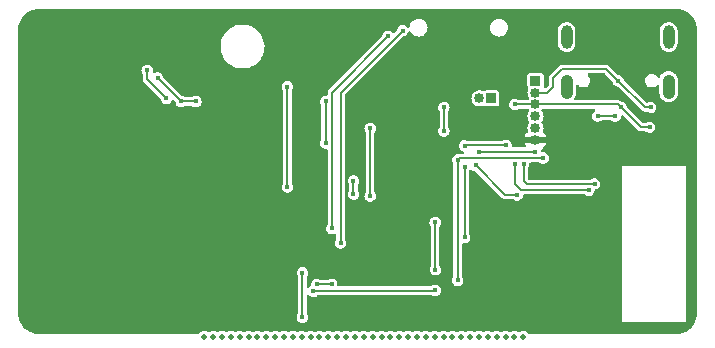
<source format=gbr>
%TF.GenerationSoftware,KiCad,Pcbnew,(6.0.9-0)*%
%TF.CreationDate,2023-02-23T20:44:17-08:00*%
%TF.ProjectId,esp32 caliper,65737033-3220-4636-916c-697065722e6b,rev?*%
%TF.SameCoordinates,Original*%
%TF.FileFunction,Copper,L2,Bot*%
%TF.FilePolarity,Positive*%
%FSLAX46Y46*%
G04 Gerber Fmt 4.6, Leading zero omitted, Abs format (unit mm)*
G04 Created by KiCad (PCBNEW (6.0.9-0)) date 2023-02-23 20:44:17*
%MOMM*%
%LPD*%
G01*
G04 APERTURE LIST*
%TA.AperFunction,ComponentPad*%
%ADD10O,1.050000X2.100000*%
%TD*%
%TA.AperFunction,ComponentPad*%
%ADD11O,1.000000X2.000000*%
%TD*%
%TA.AperFunction,ComponentPad*%
%ADD12R,0.850000X0.850000*%
%TD*%
%TA.AperFunction,ComponentPad*%
%ADD13O,0.850000X0.850000*%
%TD*%
%TA.AperFunction,ComponentPad*%
%ADD14C,0.500000*%
%TD*%
%TA.AperFunction,ViaPad*%
%ADD15C,0.450000*%
%TD*%
%TA.AperFunction,Conductor*%
%ADD16C,0.200000*%
%TD*%
G04 APERTURE END LIST*
D10*
%TO.P,J1,S1,SHELL_GND*%
%TO.N,Net-(J1-PadS1)*%
X192270000Y-60990000D03*
D11*
%TO.P,J1,S2,SHELL_GND*%
X192270000Y-56810000D03*
%TO.P,J1,S3,SHELL_GND*%
X183630000Y-56810000D03*
D10*
%TO.P,J1,S4,SHELL_GND*%
X183630000Y-60990000D03*
%TD*%
D12*
%TO.P,J2,1,Pin_1*%
%TO.N,Net-(BT1-Pad1)*%
X177250000Y-62000000D03*
D13*
%TO.P,J2,2,Pin_2*%
%TO.N,Net-(J2-Pad2)*%
X176250000Y-62000000D03*
%TD*%
D12*
%TO.P,U9,1,VCC*%
%TO.N,+5V*%
X181000000Y-60500000D03*
D13*
%TO.P,U9,2,DP*%
%TO.N,/DP*%
X181000000Y-61500000D03*
%TO.P,U9,3,DN*%
%TO.N,/DN*%
X181000000Y-62500000D03*
%TO.P,U9,4,CC1*%
%TO.N,/CC1*%
X181000000Y-63500000D03*
%TO.P,U9,5,CC2*%
%TO.N,/CC2*%
X181000000Y-64500000D03*
%TO.P,U9,6,GND*%
%TO.N,GND*%
X181000000Y-65500000D03*
%TD*%
D14*
%TO.P,U6,0*%
%TO.N,N/C*%
X173212000Y-82175000D03*
X168712000Y-82175000D03*
X161962000Y-82175000D03*
X163462000Y-82175000D03*
X178462000Y-82175000D03*
X176962000Y-82175000D03*
X175462000Y-82175000D03*
X155962000Y-82175000D03*
X179212000Y-82175000D03*
X170212000Y-82175000D03*
X177712000Y-82175000D03*
X164962000Y-82175000D03*
X159712000Y-82175000D03*
X152962000Y-82175000D03*
X170962000Y-82175000D03*
X155212000Y-82175000D03*
X169462000Y-82175000D03*
X158212000Y-82175000D03*
X172462000Y-82175000D03*
X167962000Y-82175000D03*
X153712000Y-82175000D03*
X174712000Y-82175000D03*
X166462000Y-82175000D03*
X176212000Y-82175000D03*
X157462000Y-82175000D03*
X173962000Y-82175000D03*
X171712000Y-82175000D03*
X167212000Y-82175000D03*
X161212000Y-82175000D03*
X160462000Y-82175000D03*
X164212000Y-82175000D03*
X158962000Y-82175000D03*
X156712000Y-82175000D03*
X179962000Y-82175000D03*
X165712000Y-82175000D03*
X162712000Y-82175000D03*
X154462000Y-82175000D03*
%TD*%
D15*
%TO.N,+3V3*%
X174400000Y-77400000D03*
%TO.N,GND*%
X169000000Y-59500000D03*
X168000000Y-67750000D03*
X193700000Y-60500000D03*
X191400000Y-58600000D03*
X184600000Y-58600000D03*
X178750000Y-71000000D03*
X180750000Y-77750000D03*
X186980000Y-66270000D03*
X185920000Y-67080000D03*
X176250000Y-80250000D03*
X171500000Y-80250000D03*
X170475500Y-75500000D03*
X169000000Y-73750000D03*
X169250000Y-71500000D03*
X158750000Y-73250000D03*
X163000000Y-75000000D03*
X159000000Y-68500000D03*
X159750000Y-59500000D03*
X152000000Y-56250000D03*
X148250000Y-56250000D03*
X143500000Y-57900000D03*
%TO.N,+3V3*%
X174400000Y-67200000D03*
X181644500Y-67053975D03*
%TO.N,+5V*%
X175000000Y-66000000D03*
X175000000Y-67800000D03*
%TO.N,+3V3*%
X161250000Y-80524500D03*
X161269500Y-76750000D03*
X163225500Y-65774500D03*
X163225500Y-62250000D03*
X152250000Y-62250000D03*
%TO.N,Net-(U4-Pad23)*%
X160000000Y-61000000D03*
%TO.N,+3V3*%
X151000000Y-62250000D03*
X149000000Y-60250000D03*
%TO.N,+5V*%
X178500000Y-65975500D03*
X175000000Y-73770500D03*
%TO.N,VDD*%
X173250000Y-64750000D03*
X173250000Y-62750000D03*
%TO.N,/DATAOUT*%
X149750000Y-62000000D03*
X148125000Y-59625000D03*
X167000000Y-64524500D03*
X167000000Y-70250000D03*
%TO.N,/CLKOUT*%
X179445140Y-70176803D03*
X175925000Y-67675000D03*
%TO.N,Net-(U4-Pad8)*%
X181000000Y-66500000D03*
X176225500Y-66524500D03*
%TO.N,Net-(BT1-Pad1)*%
X165590000Y-68970500D03*
X165590000Y-70109500D03*
%TO.N,Net-(R9-Pad2)*%
X168500000Y-56750000D03*
X163750000Y-73000000D03*
%TO.N,/STAT*%
X169750000Y-56250000D03*
X164500000Y-74250000D03*
%TO.N,Net-(U4-Pad23)*%
X172500000Y-78250000D03*
X160000000Y-69500000D03*
X162183457Y-78324786D03*
%TO.N,/DN*%
X185500000Y-69774500D03*
%TO.N,/DP*%
X186002632Y-69229968D03*
%TO.N,/DN*%
X179235589Y-67578975D03*
X179250000Y-62500000D03*
%TO.N,/DP*%
X179996606Y-67588828D03*
%TO.N,VDD*%
X162485900Y-77750000D03*
X163750000Y-77750000D03*
%TO.N,/BATMOS*%
X172524500Y-76500000D03*
X172500000Y-72500000D03*
%TO.N,/CC1*%
X187750000Y-63500000D03*
X186250000Y-63500000D03*
%TO.N,/DP*%
X190750000Y-62750000D03*
X188000000Y-60524500D03*
%TO.N,/DN*%
X190658501Y-64436499D03*
X188250000Y-62750000D03*
%TD*%
D16*
%TO.N,+3V3*%
X174400000Y-67200000D02*
X174400000Y-77400000D01*
%TO.N,/CLKOUT*%
X179445140Y-70176803D02*
X178426803Y-70176803D01*
X178426803Y-70176803D02*
X175925000Y-67675000D01*
%TO.N,+3V3*%
X181644500Y-67053975D02*
X174546025Y-67053975D01*
X174546025Y-67053975D02*
X174400000Y-67200000D01*
%TO.N,+5V*%
X175000000Y-67800000D02*
X175000000Y-73770500D01*
X175000000Y-66000000D02*
X175024500Y-65975500D01*
X175024500Y-65975500D02*
X178500000Y-65975500D01*
%TO.N,/DP*%
X179996606Y-67588828D02*
X179996606Y-68996606D01*
X179996606Y-68996606D02*
X180250000Y-69250000D01*
X180250000Y-69250000D02*
X185982600Y-69250000D01*
X185982600Y-69250000D02*
X186002632Y-69229968D01*
%TO.N,/DN*%
X179235589Y-67578975D02*
X179235589Y-69235589D01*
X179235589Y-69235589D02*
X179750000Y-69750000D01*
X179750000Y-69750000D02*
X185475500Y-69750000D01*
X185475500Y-69750000D02*
X185500000Y-69774500D01*
%TO.N,+3V3*%
X161269500Y-76750000D02*
X161269500Y-80505000D01*
X161269500Y-80505000D02*
X161250000Y-80524500D01*
%TO.N,Net-(U4-Pad23)*%
X162183457Y-78324786D02*
X162233243Y-78275000D01*
X162233243Y-78275000D02*
X172475000Y-78275000D01*
X172475000Y-78275000D02*
X172500000Y-78250000D01*
%TO.N,+3V3*%
X163225500Y-62250000D02*
X163225500Y-65774500D01*
X151000000Y-62250000D02*
X152250000Y-62250000D01*
X151000000Y-62250000D02*
X149000000Y-60250000D01*
%TO.N,Net-(U4-Pad23)*%
X160000000Y-66000000D02*
X160000000Y-61000000D01*
%TO.N,/DATAOUT*%
X148125000Y-59625000D02*
X148125000Y-60375000D01*
X148125000Y-60375000D02*
X149750000Y-62000000D01*
%TO.N,VDD*%
X173250000Y-64750000D02*
X173250000Y-62750000D01*
%TO.N,/DATAOUT*%
X167000000Y-70250000D02*
X167000000Y-64524500D01*
%TO.N,Net-(U4-Pad8)*%
X176250000Y-66500000D02*
X181000000Y-66500000D01*
X176225500Y-66524500D02*
X176250000Y-66500000D01*
%TO.N,Net-(BT1-Pad1)*%
X165590000Y-68970500D02*
X165590000Y-70109500D01*
%TO.N,Net-(R9-Pad2)*%
X163750000Y-61500000D02*
X163750000Y-73000000D01*
X168500000Y-56750000D02*
X163750000Y-61500000D01*
%TO.N,/STAT*%
X164500000Y-61750000D02*
X164500000Y-74250000D01*
X169750000Y-56250000D02*
X164500000Y-61500000D01*
X164500000Y-61500000D02*
X164500000Y-61750000D01*
%TO.N,Net-(U4-Pad23)*%
X160000000Y-66000000D02*
X160000000Y-69500000D01*
%TO.N,/DN*%
X181000000Y-62500000D02*
X179250000Y-62500000D01*
%TO.N,VDD*%
X162485900Y-77750000D02*
X163750000Y-77750000D01*
%TO.N,/BATMOS*%
X172500000Y-76475500D02*
X172524500Y-76500000D01*
X172500000Y-72500000D02*
X172500000Y-76475500D01*
%TO.N,/CC1*%
X186250000Y-63500000D02*
X187750000Y-63500000D01*
%TO.N,/DP*%
X181000000Y-61500000D02*
X182000000Y-61500000D01*
X182500000Y-60250000D02*
X183250000Y-59500000D01*
X183250000Y-59500000D02*
X186975500Y-59500000D01*
X182000000Y-61500000D02*
X182500000Y-61000000D01*
X182500000Y-61000000D02*
X182500000Y-60250000D01*
X186975500Y-59500000D02*
X188000000Y-60524500D01*
%TO.N,/DN*%
X188250000Y-62750000D02*
X188000000Y-62500000D01*
X188000000Y-62500000D02*
X181000000Y-62500000D01*
%TO.N,/DP*%
X188000000Y-60524500D02*
X188024500Y-60524500D01*
X188024500Y-60524500D02*
X190250000Y-62750000D01*
X190250000Y-62750000D02*
X190750000Y-62750000D01*
%TO.N,/DN*%
X190500000Y-64436499D02*
X189936499Y-64436499D01*
X189936499Y-64436499D02*
X188250000Y-62750000D01*
%TD*%
%TA.AperFunction,Conductor*%
%TO.N,GND*%
G36*
X192937103Y-54431921D02*
G01*
X192950000Y-54434486D01*
X192962172Y-54432065D01*
X192974579Y-54432065D01*
X192974579Y-54432705D01*
X192985358Y-54432029D01*
X193169248Y-54445181D01*
X193189420Y-54446624D01*
X193207214Y-54449182D01*
X193432960Y-54498290D01*
X193450209Y-54503355D01*
X193505356Y-54523923D01*
X193666670Y-54584090D01*
X193683017Y-54591556D01*
X193885782Y-54702275D01*
X193900905Y-54711994D01*
X194085848Y-54850441D01*
X194099434Y-54862214D01*
X194262786Y-55025566D01*
X194274559Y-55039152D01*
X194413006Y-55224095D01*
X194422725Y-55239218D01*
X194493056Y-55368018D01*
X194522831Y-55422546D01*
X194533444Y-55441983D01*
X194540910Y-55458330D01*
X194575821Y-55551930D01*
X194621645Y-55674791D01*
X194626710Y-55692040D01*
X194675818Y-55917786D01*
X194678376Y-55935580D01*
X194692657Y-56135246D01*
X194692971Y-56139639D01*
X194692295Y-56150421D01*
X194692935Y-56150421D01*
X194692935Y-56162828D01*
X194690514Y-56175000D01*
X194692935Y-56187170D01*
X194693079Y-56187894D01*
X194695500Y-56212476D01*
X194695500Y-80137524D01*
X194693079Y-80162103D01*
X194690514Y-80175000D01*
X194692935Y-80187172D01*
X194692935Y-80199579D01*
X194692295Y-80199579D01*
X194692971Y-80210358D01*
X194681214Y-80374743D01*
X194678376Y-80414420D01*
X194675818Y-80432214D01*
X194626710Y-80657960D01*
X194621645Y-80675209D01*
X194540910Y-80891670D01*
X194533444Y-80908017D01*
X194422725Y-81110782D01*
X194413006Y-81125905D01*
X194274559Y-81310848D01*
X194262786Y-81324434D01*
X194099434Y-81487786D01*
X194085848Y-81499559D01*
X193900905Y-81638006D01*
X193885782Y-81647725D01*
X193683017Y-81758444D01*
X193666670Y-81765910D01*
X193581389Y-81797718D01*
X193450209Y-81846645D01*
X193432960Y-81851710D01*
X193207214Y-81900818D01*
X193189420Y-81903376D01*
X193169248Y-81904819D01*
X192985358Y-81917971D01*
X192974579Y-81917295D01*
X192974579Y-81917935D01*
X192962172Y-81917935D01*
X192950000Y-81915514D01*
X192937103Y-81918079D01*
X192912524Y-81920500D01*
X180466465Y-81920500D01*
X180398344Y-81900498D01*
X180371012Y-81876748D01*
X180345074Y-81846645D01*
X180297056Y-81790918D01*
X180175790Y-81712317D01*
X180158921Y-81707272D01*
X180045938Y-81673482D01*
X180045936Y-81673482D01*
X180037337Y-81670910D01*
X180028363Y-81670855D01*
X180028361Y-81670855D01*
X179965082Y-81670469D01*
X179892827Y-81670028D01*
X179884196Y-81672495D01*
X179884194Y-81672495D01*
X179762509Y-81707272D01*
X179762505Y-81707274D01*
X179753879Y-81709739D01*
X179746293Y-81714525D01*
X179746285Y-81714529D01*
X179653760Y-81772909D01*
X179585475Y-81792344D01*
X179517994Y-81772081D01*
X179425790Y-81712317D01*
X179408921Y-81707272D01*
X179295938Y-81673482D01*
X179295936Y-81673482D01*
X179287337Y-81670910D01*
X179278363Y-81670855D01*
X179278361Y-81670855D01*
X179215082Y-81670469D01*
X179142827Y-81670028D01*
X179134196Y-81672495D01*
X179134194Y-81672495D01*
X179012509Y-81707272D01*
X179012505Y-81707274D01*
X179003879Y-81709739D01*
X178996293Y-81714525D01*
X178996285Y-81714529D01*
X178903760Y-81772909D01*
X178835475Y-81792344D01*
X178767994Y-81772081D01*
X178675790Y-81712317D01*
X178658921Y-81707272D01*
X178545938Y-81673482D01*
X178545936Y-81673482D01*
X178537337Y-81670910D01*
X178528363Y-81670855D01*
X178528361Y-81670855D01*
X178465082Y-81670469D01*
X178392827Y-81670028D01*
X178384196Y-81672495D01*
X178384194Y-81672495D01*
X178262509Y-81707272D01*
X178262505Y-81707274D01*
X178253879Y-81709739D01*
X178246293Y-81714525D01*
X178246285Y-81714529D01*
X178153760Y-81772909D01*
X178085475Y-81792344D01*
X178017994Y-81772081D01*
X177925790Y-81712317D01*
X177908921Y-81707272D01*
X177795938Y-81673482D01*
X177795936Y-81673482D01*
X177787337Y-81670910D01*
X177778363Y-81670855D01*
X177778361Y-81670855D01*
X177715082Y-81670469D01*
X177642827Y-81670028D01*
X177634196Y-81672495D01*
X177634194Y-81672495D01*
X177512509Y-81707272D01*
X177512505Y-81707274D01*
X177503879Y-81709739D01*
X177496293Y-81714525D01*
X177496285Y-81714529D01*
X177403760Y-81772909D01*
X177335475Y-81792344D01*
X177267994Y-81772081D01*
X177175790Y-81712317D01*
X177158921Y-81707272D01*
X177045938Y-81673482D01*
X177045936Y-81673482D01*
X177037337Y-81670910D01*
X177028363Y-81670855D01*
X177028361Y-81670855D01*
X176965082Y-81670469D01*
X176892827Y-81670028D01*
X176884196Y-81672495D01*
X176884194Y-81672495D01*
X176762509Y-81707272D01*
X176762505Y-81707274D01*
X176753879Y-81709739D01*
X176746293Y-81714525D01*
X176746285Y-81714529D01*
X176653760Y-81772909D01*
X176585475Y-81792344D01*
X176517994Y-81772081D01*
X176425790Y-81712317D01*
X176408921Y-81707272D01*
X176295938Y-81673482D01*
X176295936Y-81673482D01*
X176287337Y-81670910D01*
X176278363Y-81670855D01*
X176278361Y-81670855D01*
X176215082Y-81670469D01*
X176142827Y-81670028D01*
X176134196Y-81672495D01*
X176134194Y-81672495D01*
X176012509Y-81707272D01*
X176012505Y-81707274D01*
X176003879Y-81709739D01*
X175996293Y-81714525D01*
X175996285Y-81714529D01*
X175903760Y-81772909D01*
X175835475Y-81792344D01*
X175767994Y-81772081D01*
X175675790Y-81712317D01*
X175658921Y-81707272D01*
X175545938Y-81673482D01*
X175545936Y-81673482D01*
X175537337Y-81670910D01*
X175528363Y-81670855D01*
X175528361Y-81670855D01*
X175465082Y-81670469D01*
X175392827Y-81670028D01*
X175384196Y-81672495D01*
X175384194Y-81672495D01*
X175262509Y-81707272D01*
X175262505Y-81707274D01*
X175253879Y-81709739D01*
X175246293Y-81714525D01*
X175246285Y-81714529D01*
X175153760Y-81772909D01*
X175085475Y-81792344D01*
X175017994Y-81772081D01*
X174925790Y-81712317D01*
X174908921Y-81707272D01*
X174795938Y-81673482D01*
X174795936Y-81673482D01*
X174787337Y-81670910D01*
X174778363Y-81670855D01*
X174778361Y-81670855D01*
X174715082Y-81670469D01*
X174642827Y-81670028D01*
X174634196Y-81672495D01*
X174634194Y-81672495D01*
X174512509Y-81707272D01*
X174512505Y-81707274D01*
X174503879Y-81709739D01*
X174496293Y-81714525D01*
X174496285Y-81714529D01*
X174403760Y-81772909D01*
X174335475Y-81792344D01*
X174267994Y-81772081D01*
X174175790Y-81712317D01*
X174158921Y-81707272D01*
X174045938Y-81673482D01*
X174045936Y-81673482D01*
X174037337Y-81670910D01*
X174028363Y-81670855D01*
X174028361Y-81670855D01*
X173965082Y-81670469D01*
X173892827Y-81670028D01*
X173884196Y-81672495D01*
X173884194Y-81672495D01*
X173762509Y-81707272D01*
X173762505Y-81707274D01*
X173753879Y-81709739D01*
X173746293Y-81714525D01*
X173746285Y-81714529D01*
X173653760Y-81772909D01*
X173585475Y-81792344D01*
X173517994Y-81772081D01*
X173425790Y-81712317D01*
X173408921Y-81707272D01*
X173295938Y-81673482D01*
X173295936Y-81673482D01*
X173287337Y-81670910D01*
X173278363Y-81670855D01*
X173278361Y-81670855D01*
X173215082Y-81670469D01*
X173142827Y-81670028D01*
X173134196Y-81672495D01*
X173134194Y-81672495D01*
X173012509Y-81707272D01*
X173012505Y-81707274D01*
X173003879Y-81709739D01*
X172996293Y-81714525D01*
X172996285Y-81714529D01*
X172903760Y-81772909D01*
X172835475Y-81792344D01*
X172767994Y-81772081D01*
X172675790Y-81712317D01*
X172658921Y-81707272D01*
X172545938Y-81673482D01*
X172545936Y-81673482D01*
X172537337Y-81670910D01*
X172528363Y-81670855D01*
X172528361Y-81670855D01*
X172465082Y-81670469D01*
X172392827Y-81670028D01*
X172384196Y-81672495D01*
X172384194Y-81672495D01*
X172262509Y-81707272D01*
X172262505Y-81707274D01*
X172253879Y-81709739D01*
X172246293Y-81714525D01*
X172246285Y-81714529D01*
X172153760Y-81772909D01*
X172085475Y-81792344D01*
X172017994Y-81772081D01*
X171925790Y-81712317D01*
X171908921Y-81707272D01*
X171795938Y-81673482D01*
X171795936Y-81673482D01*
X171787337Y-81670910D01*
X171778363Y-81670855D01*
X171778361Y-81670855D01*
X171715082Y-81670469D01*
X171642827Y-81670028D01*
X171634196Y-81672495D01*
X171634194Y-81672495D01*
X171512509Y-81707272D01*
X171512505Y-81707274D01*
X171503879Y-81709739D01*
X171496293Y-81714525D01*
X171496285Y-81714529D01*
X171403760Y-81772909D01*
X171335475Y-81792344D01*
X171267994Y-81772081D01*
X171175790Y-81712317D01*
X171158921Y-81707272D01*
X171045938Y-81673482D01*
X171045936Y-81673482D01*
X171037337Y-81670910D01*
X171028363Y-81670855D01*
X171028361Y-81670855D01*
X170965082Y-81670469D01*
X170892827Y-81670028D01*
X170884196Y-81672495D01*
X170884194Y-81672495D01*
X170762509Y-81707272D01*
X170762505Y-81707274D01*
X170753879Y-81709739D01*
X170746293Y-81714525D01*
X170746285Y-81714529D01*
X170653760Y-81772909D01*
X170585475Y-81792344D01*
X170517994Y-81772081D01*
X170425790Y-81712317D01*
X170408921Y-81707272D01*
X170295938Y-81673482D01*
X170295936Y-81673482D01*
X170287337Y-81670910D01*
X170278363Y-81670855D01*
X170278361Y-81670855D01*
X170215082Y-81670469D01*
X170142827Y-81670028D01*
X170134196Y-81672495D01*
X170134194Y-81672495D01*
X170012509Y-81707272D01*
X170012505Y-81707274D01*
X170003879Y-81709739D01*
X169996293Y-81714525D01*
X169996285Y-81714529D01*
X169903760Y-81772909D01*
X169835475Y-81792344D01*
X169767994Y-81772081D01*
X169675790Y-81712317D01*
X169658921Y-81707272D01*
X169545938Y-81673482D01*
X169545936Y-81673482D01*
X169537337Y-81670910D01*
X169528363Y-81670855D01*
X169528361Y-81670855D01*
X169465082Y-81670469D01*
X169392827Y-81670028D01*
X169384196Y-81672495D01*
X169384194Y-81672495D01*
X169262509Y-81707272D01*
X169262505Y-81707274D01*
X169253879Y-81709739D01*
X169246293Y-81714525D01*
X169246285Y-81714529D01*
X169153760Y-81772909D01*
X169085475Y-81792344D01*
X169017994Y-81772081D01*
X168925790Y-81712317D01*
X168908921Y-81707272D01*
X168795938Y-81673482D01*
X168795936Y-81673482D01*
X168787337Y-81670910D01*
X168778363Y-81670855D01*
X168778361Y-81670855D01*
X168715082Y-81670469D01*
X168642827Y-81670028D01*
X168634196Y-81672495D01*
X168634194Y-81672495D01*
X168512509Y-81707272D01*
X168512505Y-81707274D01*
X168503879Y-81709739D01*
X168496293Y-81714525D01*
X168496285Y-81714529D01*
X168403760Y-81772909D01*
X168335475Y-81792344D01*
X168267994Y-81772081D01*
X168175790Y-81712317D01*
X168158921Y-81707272D01*
X168045938Y-81673482D01*
X168045936Y-81673482D01*
X168037337Y-81670910D01*
X168028363Y-81670855D01*
X168028361Y-81670855D01*
X167965082Y-81670469D01*
X167892827Y-81670028D01*
X167884196Y-81672495D01*
X167884194Y-81672495D01*
X167762509Y-81707272D01*
X167762505Y-81707274D01*
X167753879Y-81709739D01*
X167746293Y-81714525D01*
X167746285Y-81714529D01*
X167653760Y-81772909D01*
X167585475Y-81792344D01*
X167517994Y-81772081D01*
X167425790Y-81712317D01*
X167408921Y-81707272D01*
X167295938Y-81673482D01*
X167295936Y-81673482D01*
X167287337Y-81670910D01*
X167278363Y-81670855D01*
X167278361Y-81670855D01*
X167215082Y-81670469D01*
X167142827Y-81670028D01*
X167134196Y-81672495D01*
X167134194Y-81672495D01*
X167012509Y-81707272D01*
X167012505Y-81707274D01*
X167003879Y-81709739D01*
X166996293Y-81714525D01*
X166996285Y-81714529D01*
X166903760Y-81772909D01*
X166835475Y-81792344D01*
X166767994Y-81772081D01*
X166675790Y-81712317D01*
X166658921Y-81707272D01*
X166545938Y-81673482D01*
X166545936Y-81673482D01*
X166537337Y-81670910D01*
X166528363Y-81670855D01*
X166528361Y-81670855D01*
X166465082Y-81670469D01*
X166392827Y-81670028D01*
X166384196Y-81672495D01*
X166384194Y-81672495D01*
X166262509Y-81707272D01*
X166262505Y-81707274D01*
X166253879Y-81709739D01*
X166246293Y-81714525D01*
X166246285Y-81714529D01*
X166153760Y-81772909D01*
X166085475Y-81792344D01*
X166017994Y-81772081D01*
X165925790Y-81712317D01*
X165908921Y-81707272D01*
X165795938Y-81673482D01*
X165795936Y-81673482D01*
X165787337Y-81670910D01*
X165778363Y-81670855D01*
X165778361Y-81670855D01*
X165715082Y-81670469D01*
X165642827Y-81670028D01*
X165634196Y-81672495D01*
X165634194Y-81672495D01*
X165512509Y-81707272D01*
X165512505Y-81707274D01*
X165503879Y-81709739D01*
X165496293Y-81714525D01*
X165496285Y-81714529D01*
X165403760Y-81772909D01*
X165335475Y-81792344D01*
X165267994Y-81772081D01*
X165175790Y-81712317D01*
X165158921Y-81707272D01*
X165045938Y-81673482D01*
X165045936Y-81673482D01*
X165037337Y-81670910D01*
X165028363Y-81670855D01*
X165028361Y-81670855D01*
X164965082Y-81670469D01*
X164892827Y-81670028D01*
X164884196Y-81672495D01*
X164884194Y-81672495D01*
X164762509Y-81707272D01*
X164762505Y-81707274D01*
X164753879Y-81709739D01*
X164746293Y-81714525D01*
X164746285Y-81714529D01*
X164653760Y-81772909D01*
X164585475Y-81792344D01*
X164517994Y-81772081D01*
X164425790Y-81712317D01*
X164408921Y-81707272D01*
X164295938Y-81673482D01*
X164295936Y-81673482D01*
X164287337Y-81670910D01*
X164278363Y-81670855D01*
X164278361Y-81670855D01*
X164215082Y-81670469D01*
X164142827Y-81670028D01*
X164134196Y-81672495D01*
X164134194Y-81672495D01*
X164012509Y-81707272D01*
X164012505Y-81707274D01*
X164003879Y-81709739D01*
X163996293Y-81714525D01*
X163996285Y-81714529D01*
X163903760Y-81772909D01*
X163835475Y-81792344D01*
X163767994Y-81772081D01*
X163675790Y-81712317D01*
X163658921Y-81707272D01*
X163545938Y-81673482D01*
X163545936Y-81673482D01*
X163537337Y-81670910D01*
X163528363Y-81670855D01*
X163528361Y-81670855D01*
X163465082Y-81670469D01*
X163392827Y-81670028D01*
X163384196Y-81672495D01*
X163384194Y-81672495D01*
X163262509Y-81707272D01*
X163262505Y-81707274D01*
X163253879Y-81709739D01*
X163246293Y-81714525D01*
X163246285Y-81714529D01*
X163153760Y-81772909D01*
X163085475Y-81792344D01*
X163017994Y-81772081D01*
X162925790Y-81712317D01*
X162908921Y-81707272D01*
X162795938Y-81673482D01*
X162795936Y-81673482D01*
X162787337Y-81670910D01*
X162778363Y-81670855D01*
X162778361Y-81670855D01*
X162715082Y-81670469D01*
X162642827Y-81670028D01*
X162634196Y-81672495D01*
X162634194Y-81672495D01*
X162512509Y-81707272D01*
X162512505Y-81707274D01*
X162503879Y-81709739D01*
X162496293Y-81714525D01*
X162496285Y-81714529D01*
X162403760Y-81772909D01*
X162335475Y-81792344D01*
X162267994Y-81772081D01*
X162175790Y-81712317D01*
X162158921Y-81707272D01*
X162045938Y-81673482D01*
X162045936Y-81673482D01*
X162037337Y-81670910D01*
X162028363Y-81670855D01*
X162028361Y-81670855D01*
X161965082Y-81670469D01*
X161892827Y-81670028D01*
X161884196Y-81672495D01*
X161884194Y-81672495D01*
X161762509Y-81707272D01*
X161762505Y-81707274D01*
X161753879Y-81709739D01*
X161746293Y-81714525D01*
X161746285Y-81714529D01*
X161653760Y-81772909D01*
X161585475Y-81792344D01*
X161517994Y-81772081D01*
X161425790Y-81712317D01*
X161408921Y-81707272D01*
X161295938Y-81673482D01*
X161295936Y-81673482D01*
X161287337Y-81670910D01*
X161278363Y-81670855D01*
X161278361Y-81670855D01*
X161215082Y-81670469D01*
X161142827Y-81670028D01*
X161134196Y-81672495D01*
X161134194Y-81672495D01*
X161012509Y-81707272D01*
X161012505Y-81707274D01*
X161003879Y-81709739D01*
X160996293Y-81714525D01*
X160996285Y-81714529D01*
X160903760Y-81772909D01*
X160835475Y-81792344D01*
X160767994Y-81772081D01*
X160675790Y-81712317D01*
X160658921Y-81707272D01*
X160545938Y-81673482D01*
X160545936Y-81673482D01*
X160537337Y-81670910D01*
X160528363Y-81670855D01*
X160528361Y-81670855D01*
X160465082Y-81670469D01*
X160392827Y-81670028D01*
X160384196Y-81672495D01*
X160384194Y-81672495D01*
X160262509Y-81707272D01*
X160262505Y-81707274D01*
X160253879Y-81709739D01*
X160246293Y-81714525D01*
X160246285Y-81714529D01*
X160153760Y-81772909D01*
X160085475Y-81792344D01*
X160017994Y-81772081D01*
X159925790Y-81712317D01*
X159908921Y-81707272D01*
X159795938Y-81673482D01*
X159795936Y-81673482D01*
X159787337Y-81670910D01*
X159778363Y-81670855D01*
X159778361Y-81670855D01*
X159715082Y-81670469D01*
X159642827Y-81670028D01*
X159634196Y-81672495D01*
X159634194Y-81672495D01*
X159512509Y-81707272D01*
X159512505Y-81707274D01*
X159503879Y-81709739D01*
X159496293Y-81714525D01*
X159496285Y-81714529D01*
X159403760Y-81772909D01*
X159335475Y-81792344D01*
X159267994Y-81772081D01*
X159175790Y-81712317D01*
X159158921Y-81707272D01*
X159045938Y-81673482D01*
X159045936Y-81673482D01*
X159037337Y-81670910D01*
X159028363Y-81670855D01*
X159028361Y-81670855D01*
X158965082Y-81670469D01*
X158892827Y-81670028D01*
X158884196Y-81672495D01*
X158884194Y-81672495D01*
X158762509Y-81707272D01*
X158762505Y-81707274D01*
X158753879Y-81709739D01*
X158746293Y-81714525D01*
X158746285Y-81714529D01*
X158653760Y-81772909D01*
X158585475Y-81792344D01*
X158517994Y-81772081D01*
X158425790Y-81712317D01*
X158408921Y-81707272D01*
X158295938Y-81673482D01*
X158295936Y-81673482D01*
X158287337Y-81670910D01*
X158278363Y-81670855D01*
X158278361Y-81670855D01*
X158215082Y-81670469D01*
X158142827Y-81670028D01*
X158134196Y-81672495D01*
X158134194Y-81672495D01*
X158012509Y-81707272D01*
X158012505Y-81707274D01*
X158003879Y-81709739D01*
X157996293Y-81714525D01*
X157996285Y-81714529D01*
X157903760Y-81772909D01*
X157835475Y-81792344D01*
X157767994Y-81772081D01*
X157675790Y-81712317D01*
X157658921Y-81707272D01*
X157545938Y-81673482D01*
X157545936Y-81673482D01*
X157537337Y-81670910D01*
X157528363Y-81670855D01*
X157528361Y-81670855D01*
X157465082Y-81670469D01*
X157392827Y-81670028D01*
X157384196Y-81672495D01*
X157384194Y-81672495D01*
X157262509Y-81707272D01*
X157262505Y-81707274D01*
X157253879Y-81709739D01*
X157246293Y-81714525D01*
X157246285Y-81714529D01*
X157153760Y-81772909D01*
X157085475Y-81792344D01*
X157017994Y-81772081D01*
X156925790Y-81712317D01*
X156908921Y-81707272D01*
X156795938Y-81673482D01*
X156795936Y-81673482D01*
X156787337Y-81670910D01*
X156778363Y-81670855D01*
X156778361Y-81670855D01*
X156715082Y-81670469D01*
X156642827Y-81670028D01*
X156634196Y-81672495D01*
X156634194Y-81672495D01*
X156512509Y-81707272D01*
X156512505Y-81707274D01*
X156503879Y-81709739D01*
X156496293Y-81714525D01*
X156496285Y-81714529D01*
X156403760Y-81772909D01*
X156335475Y-81792344D01*
X156267994Y-81772081D01*
X156175790Y-81712317D01*
X156158921Y-81707272D01*
X156045938Y-81673482D01*
X156045936Y-81673482D01*
X156037337Y-81670910D01*
X156028363Y-81670855D01*
X156028361Y-81670855D01*
X155965082Y-81670469D01*
X155892827Y-81670028D01*
X155884196Y-81672495D01*
X155884194Y-81672495D01*
X155762509Y-81707272D01*
X155762505Y-81707274D01*
X155753879Y-81709739D01*
X155746293Y-81714525D01*
X155746285Y-81714529D01*
X155653760Y-81772909D01*
X155585475Y-81792344D01*
X155517994Y-81772081D01*
X155425790Y-81712317D01*
X155408921Y-81707272D01*
X155295938Y-81673482D01*
X155295936Y-81673482D01*
X155287337Y-81670910D01*
X155278363Y-81670855D01*
X155278361Y-81670855D01*
X155215082Y-81670469D01*
X155142827Y-81670028D01*
X155134196Y-81672495D01*
X155134194Y-81672495D01*
X155012509Y-81707272D01*
X155012505Y-81707274D01*
X155003879Y-81709739D01*
X154996293Y-81714525D01*
X154996285Y-81714529D01*
X154903760Y-81772909D01*
X154835475Y-81792344D01*
X154767994Y-81772081D01*
X154675790Y-81712317D01*
X154658921Y-81707272D01*
X154545938Y-81673482D01*
X154545936Y-81673482D01*
X154537337Y-81670910D01*
X154528363Y-81670855D01*
X154528361Y-81670855D01*
X154465082Y-81670469D01*
X154392827Y-81670028D01*
X154384196Y-81672495D01*
X154384194Y-81672495D01*
X154262509Y-81707272D01*
X154262505Y-81707274D01*
X154253879Y-81709739D01*
X154246293Y-81714525D01*
X154246285Y-81714529D01*
X154153760Y-81772909D01*
X154085475Y-81792344D01*
X154017994Y-81772081D01*
X153925790Y-81712317D01*
X153908921Y-81707272D01*
X153795938Y-81673482D01*
X153795936Y-81673482D01*
X153787337Y-81670910D01*
X153778363Y-81670855D01*
X153778361Y-81670855D01*
X153715082Y-81670469D01*
X153642827Y-81670028D01*
X153634196Y-81672495D01*
X153634194Y-81672495D01*
X153512509Y-81707272D01*
X153512505Y-81707274D01*
X153503879Y-81709739D01*
X153496293Y-81714525D01*
X153496285Y-81714529D01*
X153403760Y-81772909D01*
X153335475Y-81792344D01*
X153267994Y-81772081D01*
X153175790Y-81712317D01*
X153158921Y-81707272D01*
X153045938Y-81673482D01*
X153045936Y-81673482D01*
X153037337Y-81670910D01*
X153028363Y-81670855D01*
X153028361Y-81670855D01*
X152965082Y-81670469D01*
X152892827Y-81670028D01*
X152884196Y-81672495D01*
X152884194Y-81672495D01*
X152762509Y-81707272D01*
X152762505Y-81707274D01*
X152753879Y-81709739D01*
X152746292Y-81714526D01*
X152746290Y-81714527D01*
X152653761Y-81772909D01*
X152631661Y-81786853D01*
X152625718Y-81793582D01*
X152625717Y-81793583D01*
X152551244Y-81877908D01*
X152491158Y-81915726D01*
X152456803Y-81920500D01*
X138987476Y-81920500D01*
X138962897Y-81918079D01*
X138950000Y-81915514D01*
X138937828Y-81917935D01*
X138925421Y-81917935D01*
X138925421Y-81917295D01*
X138914642Y-81917971D01*
X138730752Y-81904819D01*
X138710580Y-81903376D01*
X138692786Y-81900818D01*
X138467040Y-81851710D01*
X138449791Y-81846645D01*
X138318611Y-81797718D01*
X138233330Y-81765910D01*
X138216983Y-81758444D01*
X138014218Y-81647725D01*
X137999095Y-81638006D01*
X137814152Y-81499559D01*
X137800566Y-81487786D01*
X137637214Y-81324434D01*
X137625441Y-81310848D01*
X137486994Y-81125905D01*
X137477275Y-81110782D01*
X137366556Y-80908017D01*
X137359090Y-80891670D01*
X137278355Y-80675209D01*
X137273290Y-80657960D01*
X137242970Y-80518582D01*
X160765605Y-80518582D01*
X160766769Y-80527484D01*
X160766769Y-80527487D01*
X160768554Y-80541133D01*
X160783414Y-80654773D01*
X160838732Y-80780492D01*
X160927111Y-80885632D01*
X161041447Y-80961740D01*
X161172549Y-81002699D01*
X161309876Y-81005216D01*
X161319109Y-81002699D01*
X161433727Y-80971451D01*
X161442391Y-80969089D01*
X161559439Y-80897221D01*
X161561449Y-80895000D01*
X188320000Y-80895000D01*
X193720000Y-80895000D01*
X193720000Y-67695000D01*
X188320000Y-67695000D01*
X188320000Y-80895000D01*
X161561449Y-80895000D01*
X161569929Y-80885632D01*
X161645584Y-80802050D01*
X161645585Y-80802049D01*
X161651612Y-80795390D01*
X161711499Y-80671783D01*
X161734286Y-80536336D01*
X161734431Y-80524500D01*
X161733584Y-80518582D01*
X161716232Y-80397423D01*
X161716232Y-80397421D01*
X161714959Y-80388536D01*
X161658110Y-80263503D01*
X161652252Y-80256705D01*
X161647415Y-80249141D01*
X161649350Y-80247903D01*
X161625234Y-80194709D01*
X161624000Y-80177120D01*
X161624000Y-78750199D01*
X161644002Y-78682078D01*
X161697658Y-78635585D01*
X161767932Y-78625481D01*
X161832512Y-78654975D01*
X161846450Y-78669123D01*
X161860568Y-78685918D01*
X161974904Y-78762026D01*
X162106006Y-78802985D01*
X162243333Y-78805502D01*
X162252566Y-78802985D01*
X162367184Y-78771737D01*
X162375848Y-78769375D01*
X162492896Y-78697507D01*
X162516941Y-78670943D01*
X162577483Y-78633863D01*
X162610354Y-78629500D01*
X172166604Y-78629500D01*
X172236423Y-78650613D01*
X172291447Y-78687240D01*
X172422549Y-78728199D01*
X172559876Y-78730716D01*
X172569109Y-78728199D01*
X172683727Y-78696951D01*
X172692391Y-78694589D01*
X172809439Y-78622721D01*
X172901612Y-78520890D01*
X172961499Y-78397283D01*
X172984286Y-78261836D01*
X172984431Y-78250000D01*
X172974858Y-78183152D01*
X172966232Y-78122923D01*
X172966232Y-78122921D01*
X172964959Y-78114036D01*
X172908110Y-77989003D01*
X172818453Y-77884951D01*
X172703196Y-77810244D01*
X172571603Y-77770890D01*
X172562627Y-77770835D01*
X172562626Y-77770835D01*
X172505080Y-77770484D01*
X172434255Y-77770051D01*
X172302192Y-77807795D01*
X172294605Y-77812582D01*
X172294603Y-77812583D01*
X172193619Y-77876299D01*
X172193617Y-77876300D01*
X172186031Y-77881087D01*
X172180094Y-77887809D01*
X172176984Y-77890456D01*
X172112143Y-77919372D01*
X172095324Y-77920500D01*
X164356562Y-77920500D01*
X164288441Y-77900498D01*
X164241948Y-77846842D01*
X164232307Y-77773601D01*
X164233479Y-77766634D01*
X164233479Y-77766632D01*
X164234286Y-77761836D01*
X164234431Y-77750000D01*
X164233584Y-77744082D01*
X164216232Y-77622923D01*
X164216232Y-77622921D01*
X164214959Y-77614036D01*
X164158110Y-77489003D01*
X164076321Y-77394082D01*
X173915605Y-77394082D01*
X173916769Y-77402984D01*
X173916769Y-77402987D01*
X173918554Y-77416633D01*
X173933414Y-77530273D01*
X173988732Y-77655992D01*
X173994510Y-77662865D01*
X173994510Y-77662866D01*
X174071331Y-77754256D01*
X174077111Y-77761132D01*
X174191447Y-77837240D01*
X174287630Y-77867290D01*
X174306622Y-77873223D01*
X174322549Y-77878199D01*
X174459876Y-77880716D01*
X174469109Y-77878199D01*
X174583727Y-77846951D01*
X174592391Y-77844589D01*
X174709439Y-77772721D01*
X174719929Y-77761132D01*
X174795584Y-77677550D01*
X174795585Y-77677549D01*
X174801612Y-77670890D01*
X174829158Y-77614036D01*
X174857585Y-77555362D01*
X174857585Y-77555361D01*
X174861499Y-77547283D01*
X174884286Y-77411836D01*
X174884431Y-77400000D01*
X174883584Y-77394082D01*
X174866232Y-77272923D01*
X174866232Y-77272921D01*
X174864959Y-77264036D01*
X174808110Y-77139003D01*
X174785047Y-77112237D01*
X174755733Y-77047574D01*
X174754500Y-77029989D01*
X174754500Y-74367568D01*
X174774502Y-74299447D01*
X174828158Y-74252954D01*
X174898432Y-74242850D01*
X174908548Y-74245142D01*
X174913979Y-74246022D01*
X174922549Y-74248699D01*
X175059876Y-74251216D01*
X175069109Y-74248699D01*
X175183727Y-74217451D01*
X175192391Y-74215089D01*
X175309439Y-74143221D01*
X175401612Y-74041390D01*
X175425464Y-73992161D01*
X175457585Y-73925862D01*
X175457585Y-73925861D01*
X175461499Y-73917783D01*
X175484286Y-73782336D01*
X175484431Y-73770500D01*
X175464959Y-73634536D01*
X175408110Y-73509503D01*
X175385047Y-73482737D01*
X175355733Y-73418074D01*
X175354500Y-73400489D01*
X175354500Y-68171495D01*
X175374502Y-68103374D01*
X175387085Y-68086939D01*
X175395587Y-68077546D01*
X175401612Y-68070890D01*
X175405528Y-68062808D01*
X175410544Y-68055371D01*
X175413695Y-68057496D01*
X175449350Y-68018154D01*
X175517899Y-67999673D01*
X175585557Y-68021187D01*
X175597106Y-68030178D01*
X175602111Y-68036132D01*
X175609582Y-68041105D01*
X175609583Y-68041106D01*
X175703128Y-68103374D01*
X175716447Y-68112240D01*
X175847549Y-68153199D01*
X175856523Y-68153363D01*
X175865386Y-68154799D01*
X175864974Y-68157340D01*
X175919775Y-68174523D01*
X175938826Y-68190165D01*
X178139887Y-70391226D01*
X178152395Y-70406712D01*
X178155329Y-70409937D01*
X178160978Y-70418685D01*
X178169155Y-70425131D01*
X178185233Y-70437806D01*
X178189236Y-70441364D01*
X178189321Y-70441264D01*
X178193278Y-70444617D01*
X178196959Y-70448298D01*
X178201191Y-70451322D01*
X178201193Y-70451324D01*
X178211468Y-70458667D01*
X178216212Y-70462229D01*
X178245478Y-70485300D01*
X178245482Y-70485302D01*
X178253660Y-70491749D01*
X178261728Y-70494582D01*
X178268688Y-70499556D01*
X178278666Y-70502540D01*
X178314389Y-70513223D01*
X178320038Y-70515059D01*
X178365011Y-70530853D01*
X178370207Y-70531303D01*
X178372912Y-70531303D01*
X178375168Y-70531400D01*
X178375644Y-70531543D01*
X178375642Y-70531589D01*
X178375841Y-70531602D01*
X178381758Y-70533371D01*
X178431927Y-70531400D01*
X178436873Y-70531303D01*
X179074187Y-70531303D01*
X179144005Y-70552416D01*
X179236587Y-70614043D01*
X179367689Y-70655002D01*
X179505016Y-70657519D01*
X179514249Y-70655002D01*
X179628867Y-70623754D01*
X179637531Y-70621392D01*
X179754579Y-70549524D01*
X179787815Y-70512806D01*
X179840724Y-70454353D01*
X179840725Y-70454352D01*
X179846752Y-70447693D01*
X179851543Y-70437806D01*
X179902725Y-70332165D01*
X179902725Y-70332164D01*
X179906639Y-70324086D01*
X179925900Y-70209595D01*
X179956926Y-70145738D01*
X180017552Y-70108791D01*
X180050154Y-70104500D01*
X185096086Y-70104500D01*
X185164207Y-70124502D01*
X185174050Y-70131991D01*
X185177111Y-70135632D01*
X185184582Y-70140605D01*
X185184583Y-70140606D01*
X185283973Y-70206765D01*
X185291447Y-70211740D01*
X185366567Y-70235209D01*
X185407291Y-70247932D01*
X185422549Y-70252699D01*
X185559876Y-70255216D01*
X185569109Y-70252699D01*
X185683727Y-70221451D01*
X185692391Y-70219089D01*
X185809439Y-70147221D01*
X185830003Y-70124502D01*
X185895584Y-70052050D01*
X185895585Y-70052049D01*
X185901612Y-70045390D01*
X185928932Y-69989003D01*
X185957585Y-69929862D01*
X185957585Y-69929861D01*
X185961499Y-69921783D01*
X185980496Y-69808861D01*
X186011522Y-69745004D01*
X186071609Y-69708203D01*
X186186359Y-69676919D01*
X186195023Y-69674557D01*
X186312071Y-69602689D01*
X186389965Y-69516633D01*
X186398216Y-69507518D01*
X186398217Y-69507517D01*
X186404244Y-69500858D01*
X186424651Y-69458739D01*
X186460217Y-69385330D01*
X186460217Y-69385329D01*
X186464131Y-69377251D01*
X186486918Y-69241804D01*
X186487063Y-69229968D01*
X186485444Y-69218659D01*
X186468864Y-69102891D01*
X186468864Y-69102889D01*
X186467591Y-69094004D01*
X186410742Y-68968971D01*
X186321085Y-68864919D01*
X186205828Y-68790212D01*
X186074235Y-68750858D01*
X186065259Y-68750803D01*
X186065258Y-68750803D01*
X186007712Y-68750452D01*
X185936887Y-68750019D01*
X185804824Y-68787763D01*
X185797237Y-68792550D01*
X185797235Y-68792551D01*
X185752554Y-68820743D01*
X185688663Y-68861055D01*
X185684337Y-68865954D01*
X185620618Y-68894372D01*
X185603795Y-68895500D01*
X180477106Y-68895500D01*
X180408985Y-68875498D01*
X180362492Y-68821842D01*
X180351106Y-68769500D01*
X180351106Y-67960323D01*
X180371108Y-67892202D01*
X180383691Y-67875767D01*
X180398218Y-67859718D01*
X180458105Y-67736111D01*
X180480892Y-67600664D01*
X180481037Y-67588828D01*
X180478779Y-67573057D01*
X180475811Y-67552338D01*
X180485953Y-67482070D01*
X180532476Y-67428440D01*
X180600538Y-67408475D01*
X181273547Y-67408475D01*
X181343365Y-67429588D01*
X181435947Y-67491215D01*
X181567049Y-67532174D01*
X181704376Y-67534691D01*
X181713609Y-67532174D01*
X181828227Y-67500926D01*
X181836891Y-67498564D01*
X181936602Y-67437341D01*
X181946291Y-67431392D01*
X181953939Y-67426696D01*
X182046112Y-67324865D01*
X182105999Y-67201258D01*
X182128786Y-67065811D01*
X182128931Y-67053975D01*
X182110791Y-66927308D01*
X182110732Y-66926898D01*
X182110732Y-66926896D01*
X182109459Y-66918011D01*
X182052610Y-66792978D01*
X181962953Y-66688926D01*
X181847696Y-66614219D01*
X181716103Y-66574865D01*
X181707127Y-66574810D01*
X181707126Y-66574810D01*
X181603525Y-66574177D01*
X181535528Y-66553759D01*
X181489364Y-66499820D01*
X181479568Y-66466042D01*
X181469420Y-66395186D01*
X181479562Y-66324918D01*
X181520086Y-66275387D01*
X181622394Y-66201056D01*
X181632157Y-66192265D01*
X181754554Y-66056328D01*
X181762270Y-66045709D01*
X181853733Y-65887291D01*
X181859073Y-65875296D01*
X181892885Y-65771232D01*
X181893288Y-65757132D01*
X181886917Y-65754000D01*
X180119631Y-65754000D01*
X180106100Y-65757973D01*
X180105090Y-65765000D01*
X180140927Y-65875296D01*
X180146269Y-65887296D01*
X180186224Y-65956500D01*
X180202962Y-66025495D01*
X180179742Y-66092587D01*
X180123935Y-66136474D01*
X180077105Y-66145500D01*
X179106646Y-66145500D01*
X179038525Y-66125498D01*
X178992032Y-66071842D01*
X178982392Y-65998600D01*
X178983478Y-65992144D01*
X178983479Y-65992133D01*
X178984286Y-65987336D01*
X178984431Y-65975500D01*
X178971799Y-65887291D01*
X178966232Y-65848423D01*
X178966232Y-65848421D01*
X178964959Y-65839536D01*
X178908110Y-65714503D01*
X178818453Y-65610451D01*
X178703196Y-65535744D01*
X178571603Y-65496390D01*
X178562627Y-65496335D01*
X178562626Y-65496335D01*
X178505080Y-65495984D01*
X178434255Y-65495551D01*
X178302192Y-65533295D01*
X178294605Y-65538082D01*
X178294603Y-65538083D01*
X178193995Y-65601562D01*
X178126760Y-65621000D01*
X175334194Y-65621000D01*
X175265661Y-65600732D01*
X175210727Y-65565125D01*
X175210725Y-65565124D01*
X175203196Y-65560244D01*
X175071603Y-65520890D01*
X175062627Y-65520835D01*
X175062626Y-65520835D01*
X175005080Y-65520484D01*
X174934255Y-65520051D01*
X174802192Y-65557795D01*
X174794605Y-65562582D01*
X174794603Y-65562583D01*
X174734141Y-65600732D01*
X174686031Y-65631087D01*
X174680088Y-65637816D01*
X174618368Y-65707700D01*
X174595109Y-65734036D01*
X174591295Y-65742159D01*
X174591294Y-65742161D01*
X174577645Y-65771232D01*
X174536736Y-65858366D01*
X174528231Y-65912993D01*
X174516986Y-65985209D01*
X174516986Y-65985213D01*
X174515605Y-65994082D01*
X174516769Y-66002984D01*
X174516769Y-66002987D01*
X174520366Y-66030492D01*
X174533414Y-66130273D01*
X174588732Y-66255992D01*
X174677111Y-66361132D01*
X174791447Y-66437240D01*
X174838410Y-66451912D01*
X174842558Y-66453208D01*
X174901614Y-66492614D01*
X174929992Y-66557692D01*
X174918680Y-66627782D01*
X174871270Y-66680630D01*
X174804984Y-66699475D01*
X174597283Y-66699475D01*
X174577489Y-66697369D01*
X174573136Y-66697164D01*
X174562956Y-66694972D01*
X174532287Y-66698602D01*
X174526942Y-66698917D01*
X174526953Y-66699047D01*
X174521775Y-66699475D01*
X174516574Y-66699475D01*
X174498989Y-66702402D01*
X174493112Y-66703239D01*
X174445755Y-66708844D01*
X174438047Y-66712545D01*
X174429608Y-66713950D01*
X174426069Y-66715860D01*
X174393355Y-66720412D01*
X174360467Y-66720211D01*
X174334255Y-66720051D01*
X174202192Y-66757795D01*
X174086031Y-66831087D01*
X173995109Y-66934036D01*
X173936736Y-67058366D01*
X173935356Y-67067232D01*
X173916986Y-67185209D01*
X173916986Y-67185213D01*
X173915605Y-67194082D01*
X173916769Y-67202984D01*
X173916769Y-67202987D01*
X173924509Y-67262177D01*
X173933414Y-67330273D01*
X173988732Y-67455992D01*
X173994510Y-67462865D01*
X173994510Y-67462866D01*
X174015951Y-67488373D01*
X174044472Y-67553388D01*
X174045500Y-67569448D01*
X174045500Y-77029305D01*
X174025498Y-77097426D01*
X174013942Y-77112712D01*
X173995109Y-77134036D01*
X173936736Y-77258366D01*
X173929424Y-77305329D01*
X173916986Y-77385209D01*
X173916986Y-77385213D01*
X173915605Y-77394082D01*
X164076321Y-77394082D01*
X164068453Y-77384951D01*
X163953196Y-77310244D01*
X163821603Y-77270890D01*
X163812627Y-77270835D01*
X163812626Y-77270835D01*
X163755080Y-77270484D01*
X163684255Y-77270051D01*
X163552192Y-77307795D01*
X163544605Y-77312582D01*
X163544603Y-77312583D01*
X163443995Y-77376062D01*
X163376760Y-77395500D01*
X162857892Y-77395500D01*
X162789359Y-77375232D01*
X162696626Y-77315125D01*
X162689096Y-77310244D01*
X162557503Y-77270890D01*
X162548527Y-77270835D01*
X162548526Y-77270835D01*
X162490980Y-77270484D01*
X162420155Y-77270051D01*
X162288092Y-77307795D01*
X162280505Y-77312582D01*
X162280503Y-77312583D01*
X162218750Y-77351546D01*
X162171931Y-77381087D01*
X162165988Y-77387816D01*
X162149069Y-77406973D01*
X162081009Y-77484036D01*
X162077195Y-77492159D01*
X162077194Y-77492161D01*
X162049036Y-77552136D01*
X162022636Y-77608366D01*
X162015221Y-77655992D01*
X162002886Y-77735209D01*
X162002886Y-77735213D01*
X162001505Y-77744082D01*
X162002669Y-77752984D01*
X162002669Y-77752986D01*
X162004380Y-77766066D01*
X162005224Y-77772518D01*
X162006579Y-77782882D01*
X161995579Y-77853021D01*
X161948879Y-77905781D01*
X161869488Y-77955873D01*
X161863545Y-77962602D01*
X161844441Y-77984233D01*
X161784355Y-78022051D01*
X161713361Y-78021380D01*
X161654000Y-77982434D01*
X161625119Y-77917578D01*
X161624000Y-77900825D01*
X161624000Y-77121495D01*
X161644002Y-77053374D01*
X161656585Y-77036939D01*
X161665087Y-77027546D01*
X161671112Y-77020890D01*
X161706935Y-76946951D01*
X161727085Y-76905362D01*
X161727085Y-76905361D01*
X161730999Y-76897283D01*
X161753786Y-76761836D01*
X161753931Y-76750000D01*
X161753084Y-76744082D01*
X161735732Y-76622923D01*
X161735732Y-76622921D01*
X161734459Y-76614036D01*
X161677610Y-76489003D01*
X161587953Y-76384951D01*
X161472696Y-76310244D01*
X161341103Y-76270890D01*
X161332127Y-76270835D01*
X161332126Y-76270835D01*
X161274580Y-76270484D01*
X161203755Y-76270051D01*
X161071692Y-76307795D01*
X161064105Y-76312582D01*
X161064103Y-76312583D01*
X161004416Y-76350243D01*
X160955531Y-76381087D01*
X160864609Y-76484036D01*
X160860795Y-76492159D01*
X160860794Y-76492161D01*
X160858439Y-76497177D01*
X160806236Y-76608366D01*
X160802825Y-76630273D01*
X160786486Y-76735209D01*
X160786486Y-76735213D01*
X160785105Y-76744082D01*
X160786269Y-76752984D01*
X160786269Y-76752987D01*
X160789481Y-76777550D01*
X160802914Y-76880273D01*
X160858232Y-77005992D01*
X160864010Y-77012865D01*
X160864010Y-77012866D01*
X160885451Y-77038373D01*
X160913972Y-77103388D01*
X160915000Y-77119448D01*
X160915000Y-80131726D01*
X160894998Y-80199847D01*
X160883449Y-80215125D01*
X160845109Y-80258536D01*
X160786736Y-80382866D01*
X160781823Y-80414420D01*
X160766986Y-80509709D01*
X160766986Y-80509713D01*
X160765605Y-80518582D01*
X137242970Y-80518582D01*
X137224182Y-80432214D01*
X137221624Y-80414420D01*
X137218786Y-80374743D01*
X137207029Y-80210358D01*
X137207705Y-80199579D01*
X137207065Y-80199579D01*
X137207065Y-80187172D01*
X137209486Y-80175000D01*
X137206921Y-80162103D01*
X137204500Y-80137524D01*
X137204500Y-69494082D01*
X159515605Y-69494082D01*
X159516769Y-69502984D01*
X159516769Y-69502987D01*
X159518554Y-69516633D01*
X159533414Y-69630273D01*
X159588732Y-69755992D01*
X159594510Y-69762865D01*
X159594510Y-69762866D01*
X159660777Y-69841700D01*
X159677111Y-69861132D01*
X159791447Y-69937240D01*
X159863475Y-69959743D01*
X159907624Y-69973536D01*
X159922549Y-69978199D01*
X160059876Y-69980716D01*
X160069109Y-69978199D01*
X160183727Y-69946951D01*
X160192391Y-69944589D01*
X160309439Y-69872721D01*
X160319929Y-69861132D01*
X160395584Y-69777550D01*
X160395585Y-69777549D01*
X160401612Y-69770890D01*
X160447141Y-69676919D01*
X160457585Y-69655362D01*
X160457585Y-69655361D01*
X160461499Y-69647283D01*
X160484286Y-69511836D01*
X160484431Y-69500000D01*
X160483584Y-69494082D01*
X160466232Y-69372923D01*
X160466232Y-69372921D01*
X160464959Y-69364036D01*
X160408110Y-69239003D01*
X160385047Y-69212237D01*
X160355733Y-69147574D01*
X160354500Y-69129989D01*
X160354500Y-65768582D01*
X162741105Y-65768582D01*
X162758914Y-65904773D01*
X162814232Y-66030492D01*
X162820010Y-66037365D01*
X162820010Y-66037366D01*
X162896831Y-66128756D01*
X162902611Y-66135632D01*
X162910088Y-66140609D01*
X163000897Y-66201056D01*
X163016947Y-66211740D01*
X163060008Y-66225193D01*
X163132279Y-66247772D01*
X163148049Y-66252699D01*
X163271810Y-66254967D01*
X163339551Y-66276214D01*
X163385053Y-66330713D01*
X163395500Y-66380946D01*
X163395500Y-72629305D01*
X163375498Y-72697426D01*
X163363942Y-72712712D01*
X163345109Y-72734036D01*
X163341295Y-72742159D01*
X163341294Y-72742161D01*
X163331600Y-72762809D01*
X163286736Y-72858366D01*
X163285356Y-72867232D01*
X163266986Y-72985209D01*
X163266986Y-72985213D01*
X163265605Y-72994082D01*
X163283414Y-73130273D01*
X163338732Y-73255992D01*
X163344510Y-73262865D01*
X163344510Y-73262866D01*
X163421331Y-73354256D01*
X163427111Y-73361132D01*
X163541447Y-73437240D01*
X163672549Y-73478199D01*
X163809876Y-73480716D01*
X163819109Y-73478199D01*
X163933727Y-73446951D01*
X163942391Y-73444589D01*
X163953569Y-73437726D01*
X163957533Y-73436650D01*
X163958281Y-73436326D01*
X163958328Y-73436434D01*
X164022085Y-73419126D01*
X164089781Y-73440521D01*
X164135163Y-73495119D01*
X164145500Y-73545099D01*
X164145500Y-73879305D01*
X164125498Y-73947426D01*
X164113942Y-73962712D01*
X164095109Y-73984036D01*
X164036736Y-74108366D01*
X164031309Y-74143221D01*
X164016986Y-74235209D01*
X164016986Y-74235213D01*
X164015605Y-74244082D01*
X164016769Y-74252984D01*
X164016769Y-74252987D01*
X164018554Y-74266633D01*
X164033414Y-74380273D01*
X164088732Y-74505992D01*
X164177111Y-74611132D01*
X164291447Y-74687240D01*
X164422549Y-74728199D01*
X164559876Y-74730716D01*
X164569109Y-74728199D01*
X164683727Y-74696951D01*
X164692391Y-74694589D01*
X164809439Y-74622721D01*
X164901612Y-74520890D01*
X164961499Y-74397283D01*
X164984286Y-74261836D01*
X164984431Y-74250000D01*
X164983736Y-74245142D01*
X164966232Y-74122923D01*
X164966232Y-74122921D01*
X164964959Y-74114036D01*
X164908110Y-73989003D01*
X164885047Y-73962237D01*
X164855733Y-73897574D01*
X164854500Y-73879989D01*
X164854500Y-72494082D01*
X172015605Y-72494082D01*
X172016769Y-72502984D01*
X172016769Y-72502987D01*
X172018554Y-72516633D01*
X172033414Y-72630273D01*
X172088732Y-72755992D01*
X172094510Y-72762865D01*
X172094510Y-72762866D01*
X172115951Y-72788373D01*
X172144472Y-72853388D01*
X172145500Y-72869448D01*
X172145500Y-76159257D01*
X172124942Y-76227997D01*
X172119609Y-76234036D01*
X172115794Y-76242163D01*
X172115792Y-76242165D01*
X172101098Y-76273463D01*
X172061236Y-76358366D01*
X172057097Y-76384951D01*
X172041486Y-76485209D01*
X172041486Y-76485213D01*
X172040105Y-76494082D01*
X172041269Y-76502984D01*
X172041269Y-76502987D01*
X172043054Y-76516633D01*
X172057914Y-76630273D01*
X172113232Y-76755992D01*
X172119010Y-76762865D01*
X172119010Y-76762866D01*
X172125755Y-76770890D01*
X172201611Y-76861132D01*
X172315947Y-76937240D01*
X172447049Y-76978199D01*
X172584376Y-76980716D01*
X172593609Y-76978199D01*
X172708227Y-76946951D01*
X172716891Y-76944589D01*
X172808351Y-76888432D01*
X172826291Y-76877417D01*
X172833939Y-76872721D01*
X172926112Y-76770890D01*
X172938573Y-76745172D01*
X172982085Y-76655362D01*
X172982085Y-76655361D01*
X172985999Y-76647283D01*
X173008786Y-76511836D01*
X173008931Y-76500000D01*
X173008084Y-76494082D01*
X172990732Y-76372923D01*
X172990732Y-76372921D01*
X172989459Y-76364036D01*
X172932610Y-76239003D01*
X172926750Y-76232202D01*
X172926746Y-76232196D01*
X172885047Y-76183802D01*
X172855733Y-76119140D01*
X172854500Y-76101555D01*
X172854500Y-72871495D01*
X172874502Y-72803374D01*
X172887085Y-72786939D01*
X172895587Y-72777546D01*
X172901612Y-72770890D01*
X172937205Y-72697426D01*
X172957585Y-72655362D01*
X172957585Y-72655361D01*
X172961499Y-72647283D01*
X172984286Y-72511836D01*
X172984431Y-72500000D01*
X172983584Y-72494082D01*
X172966232Y-72372923D01*
X172966232Y-72372921D01*
X172964959Y-72364036D01*
X172908110Y-72239003D01*
X172818453Y-72134951D01*
X172703196Y-72060244D01*
X172571603Y-72020890D01*
X172562627Y-72020835D01*
X172562626Y-72020835D01*
X172505080Y-72020484D01*
X172434255Y-72020051D01*
X172302192Y-72057795D01*
X172294605Y-72062582D01*
X172294603Y-72062583D01*
X172232850Y-72101546D01*
X172186031Y-72131087D01*
X172095109Y-72234036D01*
X172036736Y-72358366D01*
X172027027Y-72420724D01*
X172016986Y-72485209D01*
X172016986Y-72485213D01*
X172015605Y-72494082D01*
X164854500Y-72494082D01*
X164854500Y-70103582D01*
X165105605Y-70103582D01*
X165106769Y-70112484D01*
X165106769Y-70112487D01*
X165114510Y-70171678D01*
X165123414Y-70239773D01*
X165178732Y-70365492D01*
X165184510Y-70372365D01*
X165184510Y-70372366D01*
X165261331Y-70463756D01*
X165267111Y-70470632D01*
X165274588Y-70475609D01*
X165360749Y-70532962D01*
X165381447Y-70546740D01*
X165512549Y-70587699D01*
X165649876Y-70590216D01*
X165659109Y-70587699D01*
X165773727Y-70556451D01*
X165782391Y-70554089D01*
X165881866Y-70493011D01*
X165891791Y-70486917D01*
X165899439Y-70482221D01*
X165930692Y-70447693D01*
X165985584Y-70387050D01*
X165985585Y-70387049D01*
X165991612Y-70380390D01*
X166023180Y-70315235D01*
X166047585Y-70264862D01*
X166047585Y-70264861D01*
X166051499Y-70256783D01*
X166053636Y-70244082D01*
X166515605Y-70244082D01*
X166516769Y-70252984D01*
X166516769Y-70252987D01*
X166518322Y-70264862D01*
X166533414Y-70380273D01*
X166545048Y-70406712D01*
X166584225Y-70495748D01*
X166588732Y-70505992D01*
X166594510Y-70512865D01*
X166594510Y-70512866D01*
X166659529Y-70590216D01*
X166677111Y-70611132D01*
X166791447Y-70687240D01*
X166922549Y-70728199D01*
X167059876Y-70730716D01*
X167069109Y-70728199D01*
X167183727Y-70696951D01*
X167192391Y-70694589D01*
X167309439Y-70622721D01*
X167338861Y-70590216D01*
X167395584Y-70527550D01*
X167395585Y-70527549D01*
X167401612Y-70520890D01*
X167410503Y-70502540D01*
X167457585Y-70405362D01*
X167457585Y-70405361D01*
X167461499Y-70397283D01*
X167484286Y-70261836D01*
X167484431Y-70250000D01*
X167483584Y-70244082D01*
X167466232Y-70122923D01*
X167466232Y-70122921D01*
X167464959Y-70114036D01*
X167460702Y-70104672D01*
X167436776Y-70052050D01*
X167408110Y-69989003D01*
X167385047Y-69962237D01*
X167355733Y-69897574D01*
X167354500Y-69879989D01*
X167354500Y-64895995D01*
X167374502Y-64827874D01*
X167387085Y-64811439D01*
X167395587Y-64802046D01*
X167401612Y-64795390D01*
X167426470Y-64744082D01*
X172765605Y-64744082D01*
X172766769Y-64752984D01*
X172766769Y-64752987D01*
X172774123Y-64809220D01*
X172783414Y-64880273D01*
X172838732Y-65005992D01*
X172927111Y-65111132D01*
X173041447Y-65187240D01*
X173172549Y-65228199D01*
X173309876Y-65230716D01*
X173319109Y-65228199D01*
X173433727Y-65196951D01*
X173442391Y-65194589D01*
X173559439Y-65122721D01*
X173565463Y-65116066D01*
X173645584Y-65027550D01*
X173645585Y-65027549D01*
X173651612Y-65020890D01*
X173679507Y-64963316D01*
X173707585Y-64905362D01*
X173707585Y-64905361D01*
X173711499Y-64897283D01*
X173734286Y-64761836D01*
X173734431Y-64750000D01*
X173733715Y-64744996D01*
X173716232Y-64622923D01*
X173716232Y-64622921D01*
X173714959Y-64614036D01*
X173658110Y-64489003D01*
X173635047Y-64462237D01*
X173605733Y-64397574D01*
X173604500Y-64379989D01*
X173604500Y-63121495D01*
X173624502Y-63053374D01*
X173637085Y-63036939D01*
X173638455Y-63035425D01*
X173651612Y-63020890D01*
X173687435Y-62946951D01*
X173707585Y-62905362D01*
X173707585Y-62905361D01*
X173711499Y-62897283D01*
X173734286Y-62761836D01*
X173734431Y-62750000D01*
X173733584Y-62744082D01*
X173716232Y-62622923D01*
X173716232Y-62622921D01*
X173714959Y-62614036D01*
X173710030Y-62603194D01*
X173680557Y-62538373D01*
X173658110Y-62489003D01*
X173568453Y-62384951D01*
X173453196Y-62310244D01*
X173321603Y-62270890D01*
X173312627Y-62270835D01*
X173312626Y-62270835D01*
X173255080Y-62270484D01*
X173184255Y-62270051D01*
X173052192Y-62307795D01*
X173044605Y-62312582D01*
X173044603Y-62312583D01*
X172990105Y-62346969D01*
X172936031Y-62381087D01*
X172845109Y-62484036D01*
X172841295Y-62492159D01*
X172841294Y-62492161D01*
X172824679Y-62527550D01*
X172786736Y-62608366D01*
X172777583Y-62667155D01*
X172766986Y-62735209D01*
X172766986Y-62735213D01*
X172765605Y-62744082D01*
X172766769Y-62752984D01*
X172766769Y-62752987D01*
X172768061Y-62762866D01*
X172783414Y-62880273D01*
X172838732Y-63005992D01*
X172844510Y-63012865D01*
X172844510Y-63012866D01*
X172865951Y-63038373D01*
X172894472Y-63103388D01*
X172895500Y-63119448D01*
X172895500Y-64379305D01*
X172875498Y-64447426D01*
X172863942Y-64462712D01*
X172845109Y-64484036D01*
X172841295Y-64492159D01*
X172841294Y-64492161D01*
X172828378Y-64519672D01*
X172786736Y-64608366D01*
X172779272Y-64656304D01*
X172766986Y-64735209D01*
X172766986Y-64735213D01*
X172765605Y-64744082D01*
X167426470Y-64744082D01*
X167430769Y-64735209D01*
X167457585Y-64679862D01*
X167457585Y-64679861D01*
X167461499Y-64671783D01*
X167484286Y-64536336D01*
X167484431Y-64524500D01*
X167483584Y-64518582D01*
X167466232Y-64397423D01*
X167466232Y-64397421D01*
X167464959Y-64388536D01*
X167408110Y-64263503D01*
X167318453Y-64159451D01*
X167203196Y-64084744D01*
X167071603Y-64045390D01*
X167062627Y-64045335D01*
X167062626Y-64045335D01*
X167005080Y-64044984D01*
X166934255Y-64044551D01*
X166802192Y-64082295D01*
X166794605Y-64087082D01*
X166794603Y-64087083D01*
X166732850Y-64126046D01*
X166686031Y-64155587D01*
X166680088Y-64162316D01*
X166661223Y-64183676D01*
X166595109Y-64258536D01*
X166536736Y-64382866D01*
X166534446Y-64397574D01*
X166516986Y-64509709D01*
X166516986Y-64509713D01*
X166515605Y-64518582D01*
X166516769Y-64527484D01*
X166516769Y-64527487D01*
X166518554Y-64541133D01*
X166533414Y-64654773D01*
X166546368Y-64684213D01*
X166577711Y-64755444D01*
X166588732Y-64780492D01*
X166594510Y-64787365D01*
X166594510Y-64787366D01*
X166615951Y-64812873D01*
X166644472Y-64877888D01*
X166645500Y-64893948D01*
X166645500Y-69879305D01*
X166625498Y-69947426D01*
X166613942Y-69962712D01*
X166595109Y-69984036D01*
X166536736Y-70108366D01*
X166531716Y-70140606D01*
X166516986Y-70235209D01*
X166516986Y-70235213D01*
X166515605Y-70244082D01*
X166053636Y-70244082D01*
X166074286Y-70121336D01*
X166074431Y-70109500D01*
X166073584Y-70103582D01*
X166056232Y-69982423D01*
X166056232Y-69982421D01*
X166054959Y-69973536D01*
X165998110Y-69848503D01*
X165986551Y-69835089D01*
X165975047Y-69821737D01*
X165945733Y-69757074D01*
X165944500Y-69739489D01*
X165944500Y-69341995D01*
X165964502Y-69273874D01*
X165977085Y-69257439D01*
X165979590Y-69254672D01*
X165991612Y-69241390D01*
X166032207Y-69157602D01*
X166047585Y-69125862D01*
X166047585Y-69125861D01*
X166051499Y-69117783D01*
X166074286Y-68982336D01*
X166074431Y-68970500D01*
X166073584Y-68964582D01*
X166056232Y-68843423D01*
X166056232Y-68843421D01*
X166054959Y-68834536D01*
X165998110Y-68709503D01*
X165908453Y-68605451D01*
X165793196Y-68530744D01*
X165661603Y-68491390D01*
X165652627Y-68491335D01*
X165652626Y-68491335D01*
X165595080Y-68490984D01*
X165524255Y-68490551D01*
X165392192Y-68528295D01*
X165384605Y-68533082D01*
X165384603Y-68533083D01*
X165322850Y-68572046D01*
X165276031Y-68601587D01*
X165185109Y-68704536D01*
X165126736Y-68828866D01*
X165117027Y-68891224D01*
X165106986Y-68955709D01*
X165106986Y-68955713D01*
X165105605Y-68964582D01*
X165106769Y-68973484D01*
X165106769Y-68973487D01*
X165113644Y-69026057D01*
X165123414Y-69100773D01*
X165178732Y-69226492D01*
X165184510Y-69233365D01*
X165184510Y-69233366D01*
X165205951Y-69258873D01*
X165234472Y-69323888D01*
X165235500Y-69339948D01*
X165235500Y-69738805D01*
X165215498Y-69806926D01*
X165203942Y-69822212D01*
X165185109Y-69843536D01*
X165181295Y-69851659D01*
X165181294Y-69851661D01*
X165169202Y-69877417D01*
X165126736Y-69967866D01*
X165117027Y-70030224D01*
X165106986Y-70094709D01*
X165106986Y-70094713D01*
X165105605Y-70103582D01*
X164854500Y-70103582D01*
X164854500Y-61992832D01*
X175565547Y-61992832D01*
X175583594Y-62156304D01*
X175586204Y-62163436D01*
X175637061Y-62302408D01*
X175640114Y-62310752D01*
X175731844Y-62447261D01*
X175737456Y-62452368D01*
X175737459Y-62452371D01*
X175847866Y-62552834D01*
X175847870Y-62552837D01*
X175853487Y-62557948D01*
X175860164Y-62561573D01*
X175860165Y-62561574D01*
X175991345Y-62632799D01*
X175991347Y-62632800D01*
X175998022Y-62636424D01*
X176005371Y-62638352D01*
X176149754Y-62676230D01*
X176149756Y-62676230D01*
X176157104Y-62678158D01*
X176242478Y-62679499D01*
X176313951Y-62680622D01*
X176313954Y-62680622D01*
X176321549Y-62680741D01*
X176391439Y-62664734D01*
X176474460Y-62645720D01*
X176474464Y-62645719D01*
X176481863Y-62644024D01*
X176488649Y-62640611D01*
X176488652Y-62640610D01*
X176537720Y-62615932D01*
X176607564Y-62603194D01*
X176664335Y-62623732D01*
X176697243Y-62645720D01*
X176725699Y-62664734D01*
X176799933Y-62679500D01*
X177249927Y-62679500D01*
X177700066Y-62679499D01*
X177735818Y-62672388D01*
X177762126Y-62667156D01*
X177762128Y-62667155D01*
X177774301Y-62664734D01*
X177784621Y-62657839D01*
X177784622Y-62657838D01*
X177848168Y-62615377D01*
X177858484Y-62608484D01*
X177914734Y-62524301D01*
X177920745Y-62494082D01*
X178765605Y-62494082D01*
X178766769Y-62502984D01*
X178766769Y-62502987D01*
X178769981Y-62527550D01*
X178783414Y-62630273D01*
X178838732Y-62755992D01*
X178844510Y-62762865D01*
X178844510Y-62762866D01*
X178921331Y-62854256D01*
X178927111Y-62861132D01*
X178944521Y-62872721D01*
X179024042Y-62925654D01*
X179041447Y-62937240D01*
X179128455Y-62964423D01*
X179158818Y-62973909D01*
X179172549Y-62978199D01*
X179309876Y-62980716D01*
X179319109Y-62978199D01*
X179433727Y-62946951D01*
X179442391Y-62944589D01*
X179558781Y-62873125D01*
X179624710Y-62854500D01*
X180352375Y-62854500D01*
X180420496Y-62874502D01*
X180456954Y-62910221D01*
X180470720Y-62930706D01*
X180492111Y-62998401D01*
X180473507Y-63066917D01*
X180469224Y-63073430D01*
X180418573Y-63145500D01*
X180396756Y-63176543D01*
X180337014Y-63329774D01*
X180336023Y-63337303D01*
X180316551Y-63485209D01*
X180315547Y-63492832D01*
X180333594Y-63656304D01*
X180336204Y-63663436D01*
X180375527Y-63770890D01*
X180390114Y-63810752D01*
X180394350Y-63817055D01*
X180394350Y-63817056D01*
X180470719Y-63930705D01*
X180492111Y-63998402D01*
X180473507Y-64066918D01*
X180469232Y-64073420D01*
X180457843Y-64089625D01*
X180402269Y-64168699D01*
X180396756Y-64176543D01*
X180337014Y-64329774D01*
X180336023Y-64337303D01*
X180316947Y-64482200D01*
X180315547Y-64492832D01*
X180333594Y-64656304D01*
X180356824Y-64719783D01*
X180361451Y-64790627D01*
X180332135Y-64847393D01*
X180245446Y-64943672D01*
X180237730Y-64954291D01*
X180146267Y-65112709D01*
X180140927Y-65124704D01*
X180107115Y-65228768D01*
X180106712Y-65242868D01*
X180113083Y-65246000D01*
X181880369Y-65246000D01*
X181893900Y-65242027D01*
X181894910Y-65235000D01*
X181859073Y-65124704D01*
X181853733Y-65112709D01*
X181762270Y-64954291D01*
X181754550Y-64943666D01*
X181668505Y-64848103D01*
X181637787Y-64784096D01*
X181645234Y-64716796D01*
X181649016Y-64707389D01*
X181661168Y-64677159D01*
X181682894Y-64524500D01*
X181683760Y-64518418D01*
X181683760Y-64518417D01*
X181684341Y-64514335D01*
X181684491Y-64500000D01*
X181683543Y-64492161D01*
X181671389Y-64391732D01*
X181664733Y-64336726D01*
X181606598Y-64182878D01*
X181529396Y-64070548D01*
X181507296Y-64003080D01*
X181525181Y-63934373D01*
X181530913Y-63925656D01*
X181565576Y-63877417D01*
X181599824Y-63829756D01*
X181661168Y-63677159D01*
X181684341Y-63514335D01*
X181684491Y-63500000D01*
X181682713Y-63485301D01*
X181674277Y-63415593D01*
X181664733Y-63336726D01*
X181606598Y-63182878D01*
X181529396Y-63070548D01*
X181507296Y-63003080D01*
X181525181Y-62934373D01*
X181530915Y-62925654D01*
X181544340Y-62906972D01*
X181600336Y-62863325D01*
X181646661Y-62854500D01*
X185938572Y-62854500D01*
X186006693Y-62874502D01*
X186053186Y-62928158D01*
X186063290Y-62998432D01*
X186033796Y-63063012D01*
X186005808Y-63087061D01*
X185936031Y-63131087D01*
X185845109Y-63234036D01*
X185786736Y-63358366D01*
X185785356Y-63367232D01*
X185766986Y-63485209D01*
X185766986Y-63485213D01*
X185765605Y-63494082D01*
X185766769Y-63502984D01*
X185766769Y-63502987D01*
X185768253Y-63514335D01*
X185783414Y-63630273D01*
X185838732Y-63755992D01*
X185844510Y-63762865D01*
X185844510Y-63762866D01*
X185884762Y-63810752D01*
X185927111Y-63861132D01*
X185934588Y-63866109D01*
X186031630Y-63930705D01*
X186041447Y-63937240D01*
X186172549Y-63978199D01*
X186309876Y-63980716D01*
X186319109Y-63978199D01*
X186433727Y-63946951D01*
X186442391Y-63944589D01*
X186558781Y-63873125D01*
X186624710Y-63854500D01*
X187379047Y-63854500D01*
X187448866Y-63875613D01*
X187531630Y-63930705D01*
X187541447Y-63937240D01*
X187672549Y-63978199D01*
X187809876Y-63980716D01*
X187819109Y-63978199D01*
X187933727Y-63946951D01*
X187942391Y-63944589D01*
X188059439Y-63872721D01*
X188151612Y-63770890D01*
X188207129Y-63656304D01*
X188207585Y-63655362D01*
X188207585Y-63655361D01*
X188211499Y-63647283D01*
X188233519Y-63516398D01*
X188264546Y-63452539D01*
X188325171Y-63415593D01*
X188396148Y-63417288D01*
X188446868Y-63448207D01*
X189649583Y-64650922D01*
X189662091Y-64666408D01*
X189665025Y-64669633D01*
X189670674Y-64678381D01*
X189678851Y-64684827D01*
X189694929Y-64697502D01*
X189698932Y-64701060D01*
X189699017Y-64700960D01*
X189702974Y-64704313D01*
X189706655Y-64707994D01*
X189710887Y-64711018D01*
X189710889Y-64711020D01*
X189721164Y-64718363D01*
X189725908Y-64721925D01*
X189755174Y-64744996D01*
X189755178Y-64744998D01*
X189763356Y-64751445D01*
X189771424Y-64754278D01*
X189778384Y-64759252D01*
X189788362Y-64762236D01*
X189824085Y-64772919D01*
X189829734Y-64774755D01*
X189874707Y-64790549D01*
X189879903Y-64790999D01*
X189882608Y-64790999D01*
X189884864Y-64791096D01*
X189885340Y-64791239D01*
X189885338Y-64791285D01*
X189885537Y-64791298D01*
X189891454Y-64793067D01*
X189941623Y-64791096D01*
X189946569Y-64790999D01*
X190287548Y-64790999D01*
X190357366Y-64812112D01*
X190449948Y-64873739D01*
X190581050Y-64914698D01*
X190718377Y-64917215D01*
X190727610Y-64914698D01*
X190842228Y-64883450D01*
X190850892Y-64881088D01*
X190967940Y-64809220D01*
X190978430Y-64797631D01*
X191054085Y-64714049D01*
X191054086Y-64714048D01*
X191060113Y-64707389D01*
X191064904Y-64697502D01*
X191116086Y-64591861D01*
X191116086Y-64591860D01*
X191120000Y-64583782D01*
X191142787Y-64448335D01*
X191142932Y-64436499D01*
X191137358Y-64397574D01*
X191124733Y-64309422D01*
X191124733Y-64309420D01*
X191123460Y-64300535D01*
X191066611Y-64175502D01*
X190976954Y-64071450D01*
X190861697Y-63996743D01*
X190730104Y-63957389D01*
X190721128Y-63957334D01*
X190721127Y-63957334D01*
X190663581Y-63956983D01*
X190592756Y-63956550D01*
X190460693Y-63994294D01*
X190453106Y-63999081D01*
X190453104Y-63999082D01*
X190352496Y-64062561D01*
X190285261Y-64081999D01*
X190135528Y-64081999D01*
X190067407Y-64061997D01*
X190046433Y-64045094D01*
X188761286Y-62759948D01*
X188727261Y-62697636D01*
X188725654Y-62688715D01*
X188724162Y-62678293D01*
X188718462Y-62638493D01*
X188716232Y-62622923D01*
X188716232Y-62622921D01*
X188714959Y-62614036D01*
X188710030Y-62603194D01*
X188680557Y-62538373D01*
X188658110Y-62489003D01*
X188568453Y-62384951D01*
X188453196Y-62310244D01*
X188401335Y-62294735D01*
X188330205Y-62273462D01*
X188330202Y-62273461D01*
X188321603Y-62270890D01*
X188312626Y-62270835D01*
X188307880Y-62270126D01*
X188248497Y-62244458D01*
X188241558Y-62238987D01*
X188237567Y-62235441D01*
X188237483Y-62235540D01*
X188233520Y-62232182D01*
X188229844Y-62228506D01*
X188221311Y-62222408D01*
X188215348Y-62218146D01*
X188210605Y-62214585D01*
X188181325Y-62191503D01*
X188181321Y-62191501D01*
X188173143Y-62185054D01*
X188165075Y-62182221D01*
X188158115Y-62177247D01*
X188112414Y-62163580D01*
X188106765Y-62161744D01*
X188069269Y-62148576D01*
X188069270Y-62148576D01*
X188061792Y-62145950D01*
X188056596Y-62145500D01*
X188053891Y-62145500D01*
X188051635Y-62145403D01*
X188051159Y-62145260D01*
X188051161Y-62145214D01*
X188050962Y-62145201D01*
X188045045Y-62143432D01*
X187995411Y-62145382D01*
X187994876Y-62145403D01*
X187989930Y-62145500D01*
X184382172Y-62145500D01*
X184314051Y-62125498D01*
X184267558Y-62071842D01*
X184257454Y-62001568D01*
X184276260Y-61951248D01*
X184332625Y-61863786D01*
X184335239Y-61856606D01*
X184390026Y-61706077D01*
X184392437Y-61699453D01*
X184409500Y-61564390D01*
X184409500Y-60965369D01*
X184429502Y-60897248D01*
X184483158Y-60850755D01*
X184553432Y-60840651D01*
X184618012Y-60870145D01*
X184635462Y-60888665D01*
X184641669Y-60896754D01*
X184641673Y-60896758D01*
X184646696Y-60903304D01*
X184767750Y-60996192D01*
X184908720Y-61054584D01*
X185022020Y-61069500D01*
X185097980Y-61069500D01*
X185211280Y-61054584D01*
X185352250Y-60996192D01*
X185473304Y-60903304D01*
X185566192Y-60782250D01*
X185624584Y-60641280D01*
X185644500Y-60490000D01*
X185624584Y-60338720D01*
X185566192Y-60197750D01*
X185479618Y-60084925D01*
X185478327Y-60083242D01*
X185473304Y-60076696D01*
X185466758Y-60071673D01*
X185464680Y-60069595D01*
X185430654Y-60007283D01*
X185435719Y-59936468D01*
X185478266Y-59879632D01*
X185544786Y-59854821D01*
X185553775Y-59854500D01*
X186776471Y-59854500D01*
X186844592Y-59874502D01*
X186865566Y-59891405D01*
X187488757Y-60514596D01*
X187522783Y-60576908D01*
X187524598Y-60587354D01*
X187531650Y-60641280D01*
X187533414Y-60654773D01*
X187588732Y-60780492D01*
X187594510Y-60787365D01*
X187594510Y-60787366D01*
X187658958Y-60864036D01*
X187677111Y-60885632D01*
X187791447Y-60961740D01*
X187866567Y-60985209D01*
X187911836Y-60999352D01*
X187922549Y-61002699D01*
X187931521Y-61002863D01*
X187931525Y-61002864D01*
X187951999Y-61003239D01*
X188019742Y-61024487D01*
X188038784Y-61040123D01*
X189963084Y-62964423D01*
X189975592Y-62979909D01*
X189978526Y-62983134D01*
X189984175Y-62991882D01*
X189998380Y-63003080D01*
X190008430Y-63011003D01*
X190012431Y-63014559D01*
X190012516Y-63014459D01*
X190016473Y-63017812D01*
X190020155Y-63021494D01*
X190034691Y-63031882D01*
X190039378Y-63035401D01*
X190076857Y-63064946D01*
X190084925Y-63067779D01*
X190091885Y-63072753D01*
X190101863Y-63075737D01*
X190137586Y-63086420D01*
X190143235Y-63088256D01*
X190188208Y-63104050D01*
X190193404Y-63104500D01*
X190196109Y-63104500D01*
X190198365Y-63104597D01*
X190198841Y-63104740D01*
X190198839Y-63104786D01*
X190199038Y-63104799D01*
X190204955Y-63106568D01*
X190255124Y-63104597D01*
X190260070Y-63104500D01*
X190379047Y-63104500D01*
X190448865Y-63125613D01*
X190541447Y-63187240D01*
X190672549Y-63228199D01*
X190809876Y-63230716D01*
X190819109Y-63228199D01*
X190933727Y-63196951D01*
X190942391Y-63194589D01*
X191024214Y-63144349D01*
X191051791Y-63127417D01*
X191059439Y-63122721D01*
X191076339Y-63104050D01*
X191145584Y-63027550D01*
X191145587Y-63027546D01*
X191151612Y-63020890D01*
X191156403Y-63011003D01*
X191207585Y-62905362D01*
X191207585Y-62905361D01*
X191211499Y-62897283D01*
X191234286Y-62761836D01*
X191234431Y-62750000D01*
X191233584Y-62744082D01*
X191216232Y-62622923D01*
X191216232Y-62622921D01*
X191214959Y-62614036D01*
X191210030Y-62603194D01*
X191180557Y-62538373D01*
X191158110Y-62489003D01*
X191068453Y-62384951D01*
X190953196Y-62310244D01*
X190821603Y-62270890D01*
X190812627Y-62270835D01*
X190812626Y-62270835D01*
X190755080Y-62270484D01*
X190684255Y-62270051D01*
X190552192Y-62307795D01*
X190544605Y-62312582D01*
X190544603Y-62312583D01*
X190488306Y-62348104D01*
X190420021Y-62367538D01*
X190352070Y-62346969D01*
X190331976Y-62330637D01*
X188507191Y-60505853D01*
X188498535Y-60490000D01*
X190255500Y-60490000D01*
X190275416Y-60641280D01*
X190333808Y-60782250D01*
X190426696Y-60903304D01*
X190547750Y-60996192D01*
X190688720Y-61054584D01*
X190802020Y-61069500D01*
X190877980Y-61069500D01*
X190991280Y-61054584D01*
X191132250Y-60996192D01*
X191253304Y-60903304D01*
X191258327Y-60896758D01*
X191258331Y-60896754D01*
X191264538Y-60888665D01*
X191321876Y-60846798D01*
X191392747Y-60842576D01*
X191454650Y-60877340D01*
X191487931Y-60940053D01*
X191490500Y-60965369D01*
X191490500Y-61558969D01*
X191505062Y-61688790D01*
X191507379Y-61695443D01*
X191507379Y-61695444D01*
X191508775Y-61699453D01*
X191562574Y-61853942D01*
X191566307Y-61859916D01*
X191566308Y-61859918D01*
X191639662Y-61977308D01*
X191655246Y-62002248D01*
X191660209Y-62007246D01*
X191660210Y-62007247D01*
X191673758Y-62020890D01*
X191778472Y-62126338D01*
X191784418Y-62130112D01*
X191784420Y-62130113D01*
X191825691Y-62156304D01*
X191926128Y-62220043D01*
X191945792Y-62227045D01*
X192084239Y-62276344D01*
X192084244Y-62276345D01*
X192090874Y-62278706D01*
X192097862Y-62279539D01*
X192097865Y-62279540D01*
X192218259Y-62293896D01*
X192264524Y-62299413D01*
X192271527Y-62298677D01*
X192271528Y-62298677D01*
X192319392Y-62293646D01*
X192438445Y-62281133D01*
X192445111Y-62278864D01*
X192445114Y-62278863D01*
X192597328Y-62227045D01*
X192597331Y-62227044D01*
X192603995Y-62224775D01*
X192752945Y-62133141D01*
X192824996Y-62062583D01*
X192872859Y-62015712D01*
X192872860Y-62015711D01*
X192877891Y-62010784D01*
X192972625Y-61863786D01*
X192975239Y-61856606D01*
X193030026Y-61706077D01*
X193032437Y-61699453D01*
X193049500Y-61564390D01*
X193049500Y-60421031D01*
X193034938Y-60291210D01*
X193025290Y-60263503D01*
X192987354Y-60154567D01*
X192977426Y-60126058D01*
X192953446Y-60087681D01*
X192888487Y-59983726D01*
X192884754Y-59977752D01*
X192876278Y-59969216D01*
X192820823Y-59913373D01*
X192761528Y-59853662D01*
X192750809Y-59846859D01*
X192685367Y-59805329D01*
X192613872Y-59759957D01*
X192586882Y-59750346D01*
X192455761Y-59703656D01*
X192455756Y-59703655D01*
X192449126Y-59701294D01*
X192442138Y-59700461D01*
X192442135Y-59700460D01*
X192321741Y-59686104D01*
X192275476Y-59680587D01*
X192268473Y-59681323D01*
X192268472Y-59681323D01*
X192220608Y-59686354D01*
X192101555Y-59698867D01*
X192094889Y-59701136D01*
X192094886Y-59701137D01*
X191942672Y-59752955D01*
X191942669Y-59752956D01*
X191936005Y-59755225D01*
X191787055Y-59846859D01*
X191741453Y-59891516D01*
X191668371Y-59963084D01*
X191662109Y-59969216D01*
X191567375Y-60116214D01*
X191554636Y-60151215D01*
X191512544Y-60208384D01*
X191446223Y-60233723D01*
X191376732Y-60219183D01*
X191336274Y-60184823D01*
X191258331Y-60083246D01*
X191258327Y-60083242D01*
X191253304Y-60076696D01*
X191132250Y-59983808D01*
X190991280Y-59925416D01*
X190899803Y-59913373D01*
X190882067Y-59911038D01*
X190882066Y-59911038D01*
X190877980Y-59910500D01*
X190802020Y-59910500D01*
X190797934Y-59911038D01*
X190797933Y-59911038D01*
X190780197Y-59913373D01*
X190688720Y-59925416D01*
X190547750Y-59983808D01*
X190426696Y-60076696D01*
X190421673Y-60083242D01*
X190420382Y-60084925D01*
X190333808Y-60197750D01*
X190275416Y-60338720D01*
X190255500Y-60490000D01*
X188498535Y-60490000D01*
X188473166Y-60443541D01*
X188471559Y-60434621D01*
X188470118Y-60424555D01*
X188464959Y-60388536D01*
X188408110Y-60263503D01*
X188318453Y-60159451D01*
X188203196Y-60084744D01*
X188071603Y-60045390D01*
X188062626Y-60045335D01*
X188056155Y-60044368D01*
X187991739Y-60014516D01*
X187985685Y-60008847D01*
X187262418Y-59285580D01*
X187249913Y-59270098D01*
X187246977Y-59266871D01*
X187241325Y-59258118D01*
X187217062Y-59238991D01*
X187213067Y-59235441D01*
X187212983Y-59235540D01*
X187209020Y-59232182D01*
X187205344Y-59228506D01*
X187198569Y-59223664D01*
X187190848Y-59218146D01*
X187186105Y-59214585D01*
X187156825Y-59191503D01*
X187156821Y-59191501D01*
X187148643Y-59185054D01*
X187140575Y-59182221D01*
X187133615Y-59177247D01*
X187087914Y-59163580D01*
X187082265Y-59161744D01*
X187046728Y-59149264D01*
X187037292Y-59145950D01*
X187032096Y-59145500D01*
X187029391Y-59145500D01*
X187027135Y-59145403D01*
X187026659Y-59145260D01*
X187026661Y-59145214D01*
X187026462Y-59145201D01*
X187020545Y-59143432D01*
X186970911Y-59145382D01*
X186970376Y-59145403D01*
X186965430Y-59145500D01*
X183301257Y-59145500D01*
X183281463Y-59143394D01*
X183277110Y-59143189D01*
X183266930Y-59140997D01*
X183236260Y-59144627D01*
X183230917Y-59144942D01*
X183230928Y-59145072D01*
X183225748Y-59145500D01*
X183220549Y-59145500D01*
X183215425Y-59146353D01*
X183215412Y-59146354D01*
X183202959Y-59148427D01*
X183197084Y-59149264D01*
X183160071Y-59153645D01*
X183149730Y-59154869D01*
X183142022Y-59158570D01*
X183133583Y-59159975D01*
X183091599Y-59182629D01*
X183086336Y-59185310D01*
X183043342Y-59205955D01*
X183039350Y-59209311D01*
X183037403Y-59211258D01*
X183035778Y-59212748D01*
X183035346Y-59212981D01*
X183035313Y-59212945D01*
X183035155Y-59213084D01*
X183029720Y-59216017D01*
X183022651Y-59223664D01*
X182995655Y-59252868D01*
X182992227Y-59256434D01*
X182638453Y-59610209D01*
X182285578Y-59963084D01*
X182270098Y-59975586D01*
X182266868Y-59978525D01*
X182258118Y-59984175D01*
X182238991Y-60008438D01*
X182235441Y-60012433D01*
X182235540Y-60012517D01*
X182232182Y-60016480D01*
X182228506Y-60020156D01*
X182225483Y-60024385D01*
X182225483Y-60024386D01*
X182218146Y-60034652D01*
X182214585Y-60039395D01*
X182191503Y-60068675D01*
X182191501Y-60068679D01*
X182185054Y-60076857D01*
X182182221Y-60084925D01*
X182177247Y-60091885D01*
X182174263Y-60101863D01*
X182163580Y-60137586D01*
X182161744Y-60143235D01*
X182145950Y-60188208D01*
X182145500Y-60193404D01*
X182145500Y-60196109D01*
X182145403Y-60198365D01*
X182145260Y-60198841D01*
X182145214Y-60198839D01*
X182145201Y-60199038D01*
X182143432Y-60204955D01*
X182144562Y-60233723D01*
X182145403Y-60255124D01*
X182145500Y-60260070D01*
X182145500Y-60800970D01*
X182125498Y-60869091D01*
X182108596Y-60890065D01*
X181890067Y-61108595D01*
X181827755Y-61142620D01*
X181800971Y-61145500D01*
X181794157Y-61145500D01*
X181726036Y-61125498D01*
X181679543Y-61071842D01*
X181670578Y-60994920D01*
X181679500Y-60950067D01*
X181679499Y-60049934D01*
X181671016Y-60007283D01*
X181667156Y-59987874D01*
X181667155Y-59987872D01*
X181664734Y-59975699D01*
X181657110Y-59964288D01*
X181615377Y-59901832D01*
X181608484Y-59891516D01*
X181524301Y-59835266D01*
X181450067Y-59820500D01*
X181000073Y-59820500D01*
X180549934Y-59820501D01*
X180514182Y-59827612D01*
X180487874Y-59832844D01*
X180487872Y-59832845D01*
X180475699Y-59835266D01*
X180465379Y-59842161D01*
X180465378Y-59842162D01*
X180446433Y-59854821D01*
X180391516Y-59891516D01*
X180335266Y-59975699D01*
X180320500Y-60049933D01*
X180320501Y-60950066D01*
X180323545Y-60965369D01*
X180332787Y-61011836D01*
X180335266Y-61024301D01*
X180342163Y-61034623D01*
X180375102Y-61083919D01*
X180396318Y-61151672D01*
X180387731Y-61199691D01*
X180337014Y-61329774D01*
X180331791Y-61369448D01*
X180317803Y-61475699D01*
X180315547Y-61492832D01*
X180333594Y-61656304D01*
X180336204Y-61663436D01*
X180382412Y-61789704D01*
X180390114Y-61810752D01*
X180394350Y-61817055D01*
X180394350Y-61817056D01*
X180470719Y-61930705D01*
X180492111Y-61998402D01*
X180473507Y-62066918D01*
X180469222Y-62073434D01*
X180456206Y-62091953D01*
X180400671Y-62136183D01*
X180353121Y-62145500D01*
X179621992Y-62145500D01*
X179553459Y-62125232D01*
X179469099Y-62070552D01*
X179453196Y-62060244D01*
X179321603Y-62020890D01*
X179312627Y-62020835D01*
X179312626Y-62020835D01*
X179255080Y-62020484D01*
X179184255Y-62020051D01*
X179052192Y-62057795D01*
X179044605Y-62062582D01*
X179044603Y-62062583D01*
X179002798Y-62088960D01*
X178936031Y-62131087D01*
X178930088Y-62137816D01*
X178890871Y-62182221D01*
X178845109Y-62234036D01*
X178841295Y-62242159D01*
X178841294Y-62242161D01*
X178827832Y-62270835D01*
X178786736Y-62358366D01*
X178782597Y-62384951D01*
X178766986Y-62485209D01*
X178766986Y-62485213D01*
X178765605Y-62494082D01*
X177920745Y-62494082D01*
X177929500Y-62450067D01*
X177929499Y-61549934D01*
X177921078Y-61507593D01*
X177917156Y-61487874D01*
X177917155Y-61487872D01*
X177914734Y-61475699D01*
X177904307Y-61460093D01*
X177865377Y-61401832D01*
X177858484Y-61391516D01*
X177774301Y-61335266D01*
X177700067Y-61320500D01*
X177250073Y-61320500D01*
X176799934Y-61320501D01*
X176767978Y-61326857D01*
X176737874Y-61332844D01*
X176737872Y-61332845D01*
X176725699Y-61335266D01*
X176715381Y-61342160D01*
X176715377Y-61342162D01*
X176664893Y-61375896D01*
X176597140Y-61397112D01*
X176535931Y-61382486D01*
X176515172Y-61371495D01*
X176502009Y-61364525D01*
X176502007Y-61364524D01*
X176495300Y-61360973D01*
X176335789Y-61320906D01*
X176328191Y-61320866D01*
X176328189Y-61320866D01*
X176258238Y-61320500D01*
X176171327Y-61320045D01*
X176163947Y-61321817D01*
X176163945Y-61321817D01*
X176018786Y-61356667D01*
X176018784Y-61356668D01*
X176011406Y-61358439D01*
X175943990Y-61393235D01*
X175880236Y-61426141D01*
X175865259Y-61433871D01*
X175859537Y-61438863D01*
X175859535Y-61438864D01*
X175817310Y-61475699D01*
X175741324Y-61541986D01*
X175725578Y-61564390D01*
X175655968Y-61663436D01*
X175646756Y-61676543D01*
X175587014Y-61829774D01*
X175582597Y-61863325D01*
X175566790Y-61983391D01*
X175565547Y-61992832D01*
X164854500Y-61992832D01*
X164854500Y-61699029D01*
X164874502Y-61630908D01*
X164891405Y-61609934D01*
X169147285Y-57354053D01*
X182875500Y-57354053D01*
X182890738Y-57484754D01*
X182893234Y-57491631D01*
X182893235Y-57491634D01*
X182947883Y-57642186D01*
X182950768Y-57650134D01*
X183047234Y-57797268D01*
X183174960Y-57918264D01*
X183327096Y-58006632D01*
X183495480Y-58057630D01*
X183671080Y-58068524D01*
X183678296Y-58067284D01*
X183678298Y-58067284D01*
X183837262Y-58039969D01*
X183837264Y-58039968D01*
X183844477Y-58038729D01*
X184006368Y-57969844D01*
X184148071Y-57865563D01*
X184261982Y-57731480D01*
X184284201Y-57687966D01*
X184338666Y-57581305D01*
X184338668Y-57581300D01*
X184341993Y-57574788D01*
X184345029Y-57562383D01*
X184382476Y-57409346D01*
X184383811Y-57403892D01*
X184384500Y-57392786D01*
X184384500Y-57354053D01*
X191515500Y-57354053D01*
X191530738Y-57484754D01*
X191533234Y-57491631D01*
X191533235Y-57491634D01*
X191587883Y-57642186D01*
X191590768Y-57650134D01*
X191687234Y-57797268D01*
X191814960Y-57918264D01*
X191967096Y-58006632D01*
X192135480Y-58057630D01*
X192311080Y-58068524D01*
X192318296Y-58067284D01*
X192318298Y-58067284D01*
X192477262Y-58039969D01*
X192477264Y-58039968D01*
X192484477Y-58038729D01*
X192646368Y-57969844D01*
X192788071Y-57865563D01*
X192901982Y-57731480D01*
X192924201Y-57687966D01*
X192978666Y-57581305D01*
X192978668Y-57581300D01*
X192981993Y-57574788D01*
X192985029Y-57562383D01*
X193022476Y-57409346D01*
X193023811Y-57403892D01*
X193024500Y-57392786D01*
X193024500Y-56265947D01*
X193009262Y-56135246D01*
X192977702Y-56048298D01*
X192951729Y-55976745D01*
X192949232Y-55969866D01*
X192942056Y-55958920D01*
X192892241Y-55882941D01*
X192852766Y-55822732D01*
X192725040Y-55701736D01*
X192572904Y-55613368D01*
X192404520Y-55562370D01*
X192228920Y-55551476D01*
X192221704Y-55552716D01*
X192221702Y-55552716D01*
X192062738Y-55580031D01*
X192062736Y-55580032D01*
X192055523Y-55581271D01*
X191893632Y-55650156D01*
X191751929Y-55754437D01*
X191638018Y-55888520D01*
X191634690Y-55895038D01*
X191561334Y-56038695D01*
X191561332Y-56038700D01*
X191558007Y-56045212D01*
X191556268Y-56052318D01*
X191556267Y-56052321D01*
X191537941Y-56127215D01*
X191516189Y-56216108D01*
X191515500Y-56227214D01*
X191515500Y-57354053D01*
X184384500Y-57354053D01*
X184384500Y-56265947D01*
X184369262Y-56135246D01*
X184337702Y-56048298D01*
X184311729Y-55976745D01*
X184309232Y-55969866D01*
X184302056Y-55958920D01*
X184252241Y-55882941D01*
X184212766Y-55822732D01*
X184085040Y-55701736D01*
X183932904Y-55613368D01*
X183764520Y-55562370D01*
X183588920Y-55551476D01*
X183581704Y-55552716D01*
X183581702Y-55552716D01*
X183422738Y-55580031D01*
X183422736Y-55580032D01*
X183415523Y-55581271D01*
X183253632Y-55650156D01*
X183111929Y-55754437D01*
X182998018Y-55888520D01*
X182994690Y-55895038D01*
X182921334Y-56038695D01*
X182921332Y-56038700D01*
X182918007Y-56045212D01*
X182916268Y-56052318D01*
X182916267Y-56052321D01*
X182897941Y-56127215D01*
X182876189Y-56216108D01*
X182875500Y-56227214D01*
X182875500Y-57354053D01*
X169147285Y-57354053D01*
X169735910Y-56765428D01*
X169798222Y-56731402D01*
X169802983Y-56730590D01*
X169809876Y-56730716D01*
X169942391Y-56694589D01*
X170059439Y-56622721D01*
X170124598Y-56550735D01*
X170145584Y-56527550D01*
X170145585Y-56527549D01*
X170151612Y-56520890D01*
X170211499Y-56397283D01*
X170211896Y-56394922D01*
X170249810Y-56338851D01*
X170315062Y-56310874D01*
X170385081Y-56322616D01*
X170438581Y-56372667D01*
X170440156Y-56376368D01*
X170544437Y-56518071D01*
X170678520Y-56631982D01*
X170722034Y-56654201D01*
X170828695Y-56708666D01*
X170828700Y-56708668D01*
X170835212Y-56711993D01*
X170842318Y-56713732D01*
X170842321Y-56713733D01*
X170912985Y-56731024D01*
X171006108Y-56753811D01*
X171011710Y-56754159D01*
X171011713Y-56754159D01*
X171015275Y-56754380D01*
X171015284Y-56754380D01*
X171017214Y-56754500D01*
X171144053Y-56754500D01*
X171235950Y-56743786D01*
X171267482Y-56740110D01*
X171267484Y-56740110D01*
X171274754Y-56739262D01*
X171281631Y-56736766D01*
X171281634Y-56736765D01*
X171433255Y-56681729D01*
X171440134Y-56679232D01*
X171446251Y-56675222D01*
X171446254Y-56675220D01*
X171540092Y-56613696D01*
X171587268Y-56582766D01*
X171708264Y-56455040D01*
X171796632Y-56302904D01*
X171847630Y-56134520D01*
X171853427Y-56041080D01*
X177141476Y-56041080D01*
X177142716Y-56048296D01*
X177142716Y-56048298D01*
X177166579Y-56187170D01*
X177171271Y-56214477D01*
X177240156Y-56376368D01*
X177344437Y-56518071D01*
X177478520Y-56631982D01*
X177522034Y-56654201D01*
X177628695Y-56708666D01*
X177628700Y-56708668D01*
X177635212Y-56711993D01*
X177642318Y-56713732D01*
X177642321Y-56713733D01*
X177712985Y-56731024D01*
X177806108Y-56753811D01*
X177811710Y-56754159D01*
X177811713Y-56754159D01*
X177815275Y-56754380D01*
X177815284Y-56754380D01*
X177817214Y-56754500D01*
X177944053Y-56754500D01*
X178035950Y-56743786D01*
X178067482Y-56740110D01*
X178067484Y-56740110D01*
X178074754Y-56739262D01*
X178081631Y-56736766D01*
X178081634Y-56736765D01*
X178233255Y-56681729D01*
X178240134Y-56679232D01*
X178246251Y-56675222D01*
X178246254Y-56675220D01*
X178340092Y-56613696D01*
X178387268Y-56582766D01*
X178508264Y-56455040D01*
X178596632Y-56302904D01*
X178647630Y-56134520D01*
X178658524Y-55958920D01*
X178654514Y-55935580D01*
X178629969Y-55792738D01*
X178629968Y-55792736D01*
X178628729Y-55785523D01*
X178559844Y-55623632D01*
X178455563Y-55481929D01*
X178321480Y-55368018D01*
X178228947Y-55320768D01*
X178171305Y-55291334D01*
X178171300Y-55291332D01*
X178164788Y-55288007D01*
X178157682Y-55286268D01*
X178157679Y-55286267D01*
X178063553Y-55263235D01*
X177993892Y-55246189D01*
X177988290Y-55245841D01*
X177988287Y-55245841D01*
X177984725Y-55245620D01*
X177984716Y-55245620D01*
X177982786Y-55245500D01*
X177855947Y-55245500D01*
X177764050Y-55256214D01*
X177732518Y-55259890D01*
X177732516Y-55259890D01*
X177725246Y-55260738D01*
X177718369Y-55263234D01*
X177718366Y-55263235D01*
X177650121Y-55288007D01*
X177559866Y-55320768D01*
X177553749Y-55324778D01*
X177553746Y-55324780D01*
X177492874Y-55364690D01*
X177412732Y-55417234D01*
X177291736Y-55544960D01*
X177203368Y-55697096D01*
X177152370Y-55865480D01*
X177141476Y-56041080D01*
X171853427Y-56041080D01*
X171858524Y-55958920D01*
X171854514Y-55935580D01*
X171829969Y-55792738D01*
X171829968Y-55792736D01*
X171828729Y-55785523D01*
X171759844Y-55623632D01*
X171655563Y-55481929D01*
X171521480Y-55368018D01*
X171428947Y-55320768D01*
X171371305Y-55291334D01*
X171371300Y-55291332D01*
X171364788Y-55288007D01*
X171357682Y-55286268D01*
X171357679Y-55286267D01*
X171263553Y-55263235D01*
X171193892Y-55246189D01*
X171188290Y-55245841D01*
X171188287Y-55245841D01*
X171184725Y-55245620D01*
X171184716Y-55245620D01*
X171182786Y-55245500D01*
X171055947Y-55245500D01*
X170964050Y-55256214D01*
X170932518Y-55259890D01*
X170932516Y-55259890D01*
X170925246Y-55260738D01*
X170918369Y-55263234D01*
X170918366Y-55263235D01*
X170850121Y-55288007D01*
X170759866Y-55320768D01*
X170753749Y-55324778D01*
X170753746Y-55324780D01*
X170692874Y-55364690D01*
X170612732Y-55417234D01*
X170491736Y-55544960D01*
X170403368Y-55697096D01*
X170352370Y-55865480D01*
X170351465Y-55880067D01*
X170351340Y-55882083D01*
X170327159Y-55948834D01*
X170270727Y-55991916D01*
X170199962Y-55997649D01*
X170137332Y-55964214D01*
X170130129Y-55956529D01*
X170074314Y-55891753D01*
X170068453Y-55884951D01*
X169953196Y-55810244D01*
X169821603Y-55770890D01*
X169812627Y-55770835D01*
X169812626Y-55770835D01*
X169755080Y-55770484D01*
X169684255Y-55770051D01*
X169552192Y-55807795D01*
X169544605Y-55812582D01*
X169544603Y-55812583D01*
X169482850Y-55851546D01*
X169436031Y-55881087D01*
X169430088Y-55887816D01*
X169373666Y-55951702D01*
X169345109Y-55984036D01*
X169341295Y-55992159D01*
X169341294Y-55992161D01*
X169337856Y-55999484D01*
X169286736Y-56108366D01*
X169285356Y-56117230D01*
X169285355Y-56117233D01*
X169273964Y-56190392D01*
X169243719Y-56254625D01*
X169238559Y-56260102D01*
X169051073Y-56447588D01*
X168988761Y-56481614D01*
X168917946Y-56476549D01*
X168866525Y-56440741D01*
X168824314Y-56391753D01*
X168818453Y-56384951D01*
X168703196Y-56310244D01*
X168571603Y-56270890D01*
X168562627Y-56270835D01*
X168562626Y-56270835D01*
X168505080Y-56270484D01*
X168434255Y-56270051D01*
X168302192Y-56307795D01*
X168294605Y-56312582D01*
X168294603Y-56312583D01*
X168278702Y-56322616D01*
X168186031Y-56381087D01*
X168095109Y-56484036D01*
X168091295Y-56492159D01*
X168091294Y-56492161D01*
X168077806Y-56520890D01*
X168036736Y-56608366D01*
X168035356Y-56617230D01*
X168035355Y-56617233D01*
X168023964Y-56690393D01*
X167993719Y-56754626D01*
X167988559Y-56760103D01*
X163535580Y-61213082D01*
X163520098Y-61225587D01*
X163516871Y-61228523D01*
X163508118Y-61234175D01*
X163488991Y-61258438D01*
X163485441Y-61262433D01*
X163485540Y-61262517D01*
X163482182Y-61266480D01*
X163478506Y-61270156D01*
X163475483Y-61274385D01*
X163475483Y-61274386D01*
X163468146Y-61284652D01*
X163464585Y-61289395D01*
X163441503Y-61318675D01*
X163441501Y-61318679D01*
X163435054Y-61326857D01*
X163432221Y-61334925D01*
X163427247Y-61341885D01*
X163424263Y-61351863D01*
X163413580Y-61387586D01*
X163411744Y-61393235D01*
X163408725Y-61401832D01*
X163395950Y-61438208D01*
X163395500Y-61443404D01*
X163395500Y-61446109D01*
X163395403Y-61448365D01*
X163395260Y-61448841D01*
X163395214Y-61448839D01*
X163395201Y-61449038D01*
X163393432Y-61454955D01*
X163394247Y-61475699D01*
X163395403Y-61505124D01*
X163395500Y-61510070D01*
X163395500Y-61644719D01*
X163375498Y-61712840D01*
X163321842Y-61759333D01*
X163268731Y-61770717D01*
X163159755Y-61770051D01*
X163027692Y-61807795D01*
X163020105Y-61812582D01*
X163020103Y-61812583D01*
X162971994Y-61842938D01*
X162911531Y-61881087D01*
X162905588Y-61887816D01*
X162867710Y-61930705D01*
X162820609Y-61984036D01*
X162816795Y-61992159D01*
X162816794Y-61992161D01*
X162803332Y-62020835D01*
X162762236Y-62108366D01*
X162754772Y-62156304D01*
X162742486Y-62235209D01*
X162742486Y-62235213D01*
X162741105Y-62244082D01*
X162742269Y-62252984D01*
X162742269Y-62252987D01*
X162745950Y-62281133D01*
X162758914Y-62380273D01*
X162814232Y-62505992D01*
X162820010Y-62512865D01*
X162820010Y-62512866D01*
X162841451Y-62538373D01*
X162869972Y-62603388D01*
X162871000Y-62619448D01*
X162871000Y-65403805D01*
X162850998Y-65471926D01*
X162839442Y-65487212D01*
X162820609Y-65508536D01*
X162816795Y-65516659D01*
X162816794Y-65516661D01*
X162805543Y-65540625D01*
X162762236Y-65632866D01*
X162760856Y-65641732D01*
X162742486Y-65759709D01*
X162742486Y-65759713D01*
X162741105Y-65768582D01*
X160354500Y-65768582D01*
X160354500Y-61371495D01*
X160374502Y-61303374D01*
X160387085Y-61286939D01*
X160395587Y-61277546D01*
X160401612Y-61270890D01*
X160461499Y-61147283D01*
X160484286Y-61011836D01*
X160484431Y-61000000D01*
X160483704Y-60994918D01*
X160466232Y-60872923D01*
X160466232Y-60872921D01*
X160464959Y-60864036D01*
X160460015Y-60853161D01*
X160451201Y-60833776D01*
X160408110Y-60739003D01*
X160318453Y-60634951D01*
X160203196Y-60560244D01*
X160071603Y-60520890D01*
X160062627Y-60520835D01*
X160062626Y-60520835D01*
X160005080Y-60520484D01*
X159934255Y-60520051D01*
X159802192Y-60557795D01*
X159794605Y-60562582D01*
X159794603Y-60562583D01*
X159751827Y-60589573D01*
X159686031Y-60631087D01*
X159595109Y-60734036D01*
X159591295Y-60742159D01*
X159591294Y-60742161D01*
X159569397Y-60788801D01*
X159536736Y-60858366D01*
X159530682Y-60897248D01*
X159516986Y-60985209D01*
X159516986Y-60985213D01*
X159515605Y-60994082D01*
X159516769Y-61002984D01*
X159516769Y-61002987D01*
X159524509Y-61062177D01*
X159533414Y-61130273D01*
X159545665Y-61158115D01*
X159582732Y-61242355D01*
X159588732Y-61255992D01*
X159594510Y-61262865D01*
X159594510Y-61262866D01*
X159615951Y-61288373D01*
X159644472Y-61353388D01*
X159645500Y-61369448D01*
X159645500Y-69129305D01*
X159625498Y-69197426D01*
X159613942Y-69212712D01*
X159595109Y-69234036D01*
X159591295Y-69242159D01*
X159591294Y-69242161D01*
X159569536Y-69288505D01*
X159536736Y-69358366D01*
X159533796Y-69377251D01*
X159516986Y-69485209D01*
X159516986Y-69485213D01*
X159515605Y-69494082D01*
X137204500Y-69494082D01*
X137204500Y-59619082D01*
X147640605Y-59619082D01*
X147641769Y-59627984D01*
X147641769Y-59627987D01*
X147643554Y-59641636D01*
X147658414Y-59755273D01*
X147713732Y-59880992D01*
X147719510Y-59887865D01*
X147719510Y-59887866D01*
X147740951Y-59913373D01*
X147769472Y-59978388D01*
X147770500Y-59994448D01*
X147770500Y-60323743D01*
X147768394Y-60343537D01*
X147768189Y-60347890D01*
X147765997Y-60358070D01*
X147767221Y-60368408D01*
X147769627Y-60388737D01*
X147769942Y-60394083D01*
X147770072Y-60394072D01*
X147770500Y-60399252D01*
X147770500Y-60404451D01*
X147771353Y-60409575D01*
X147771354Y-60409588D01*
X147773427Y-60422041D01*
X147774264Y-60427916D01*
X147778645Y-60464929D01*
X147779869Y-60475270D01*
X147783570Y-60482978D01*
X147784975Y-60491417D01*
X147807629Y-60533401D01*
X147810310Y-60538664D01*
X147830955Y-60581658D01*
X147834311Y-60585650D01*
X147836258Y-60587597D01*
X147837748Y-60589222D01*
X147837981Y-60589654D01*
X147837945Y-60589687D01*
X147838084Y-60589845D01*
X147841017Y-60595280D01*
X147848664Y-60602349D01*
X147877881Y-60629357D01*
X147881447Y-60632786D01*
X148572188Y-61323526D01*
X149238757Y-61990095D01*
X149272782Y-62052407D01*
X149274597Y-62062847D01*
X149283414Y-62130273D01*
X149287031Y-62138493D01*
X149331738Y-62240096D01*
X149338732Y-62255992D01*
X149344510Y-62262865D01*
X149344510Y-62262866D01*
X149380204Y-62305329D01*
X149427111Y-62361132D01*
X149541447Y-62437240D01*
X149672549Y-62478199D01*
X149809876Y-62480716D01*
X149819109Y-62478199D01*
X149913846Y-62452371D01*
X149942391Y-62444589D01*
X150024214Y-62394349D01*
X150051791Y-62377417D01*
X150059439Y-62372721D01*
X150109825Y-62317056D01*
X150145584Y-62277550D01*
X150145585Y-62277549D01*
X150151612Y-62270890D01*
X150164073Y-62245172D01*
X150194463Y-62182446D01*
X150242165Y-62129863D01*
X150310724Y-62111417D01*
X150378372Y-62132965D01*
X150396950Y-62148289D01*
X150488757Y-62240096D01*
X150522783Y-62302408D01*
X150524598Y-62312851D01*
X150533414Y-62380273D01*
X150588732Y-62505992D01*
X150594510Y-62512865D01*
X150594510Y-62512866D01*
X150671331Y-62604256D01*
X150677111Y-62611132D01*
X150695128Y-62623125D01*
X150757637Y-62664734D01*
X150791447Y-62687240D01*
X150922549Y-62728199D01*
X151059876Y-62730716D01*
X151069109Y-62728199D01*
X151126134Y-62712652D01*
X151192391Y-62694589D01*
X151308781Y-62623125D01*
X151374710Y-62604500D01*
X151879047Y-62604500D01*
X151948865Y-62625613D01*
X152041447Y-62687240D01*
X152172549Y-62728199D01*
X152309876Y-62730716D01*
X152319109Y-62728199D01*
X152376134Y-62712652D01*
X152442391Y-62694589D01*
X152537122Y-62636424D01*
X152551791Y-62627417D01*
X152559439Y-62622721D01*
X152565584Y-62615932D01*
X152645584Y-62527550D01*
X152645585Y-62527549D01*
X152651612Y-62520890D01*
X152664601Y-62494082D01*
X152707585Y-62405362D01*
X152707585Y-62405361D01*
X152711499Y-62397283D01*
X152734286Y-62261836D01*
X152734431Y-62250000D01*
X152733584Y-62244082D01*
X152716232Y-62122923D01*
X152716232Y-62122921D01*
X152714959Y-62114036D01*
X152704919Y-62091953D01*
X152693536Y-62066918D01*
X152658110Y-61989003D01*
X152568453Y-61884951D01*
X152453196Y-61810244D01*
X152321603Y-61770890D01*
X152312627Y-61770835D01*
X152312626Y-61770835D01*
X152255080Y-61770484D01*
X152184255Y-61770051D01*
X152052192Y-61807795D01*
X152044605Y-61812582D01*
X152044603Y-61812583D01*
X151943995Y-61876062D01*
X151876760Y-61895500D01*
X151371992Y-61895500D01*
X151303459Y-61875232D01*
X151241511Y-61835079D01*
X151203196Y-61810244D01*
X151071603Y-61770890D01*
X151062626Y-61770835D01*
X151056155Y-61769868D01*
X150991739Y-61740016D01*
X150985685Y-61734347D01*
X149511286Y-60259948D01*
X149477260Y-60197636D01*
X149475654Y-60188715D01*
X149475582Y-60188208D01*
X149464959Y-60114036D01*
X149455872Y-60094049D01*
X149441760Y-60063012D01*
X149408110Y-59989003D01*
X149318453Y-59884951D01*
X149203196Y-59810244D01*
X149071603Y-59770890D01*
X149062627Y-59770835D01*
X149062626Y-59770835D01*
X149005080Y-59770484D01*
X148934255Y-59770051D01*
X148802192Y-59807795D01*
X148792512Y-59813903D01*
X148792421Y-59813960D01*
X148789959Y-59814661D01*
X148786406Y-59816250D01*
X148786177Y-59815737D01*
X148724136Y-59833394D01*
X148656184Y-59812825D01*
X148610140Y-59758783D01*
X148600932Y-59686495D01*
X148608479Y-59641636D01*
X148608480Y-59641629D01*
X148609286Y-59636836D01*
X148609431Y-59625000D01*
X148608584Y-59619082D01*
X148591232Y-59497923D01*
X148591232Y-59497921D01*
X148589959Y-59489036D01*
X148533110Y-59364003D01*
X148443453Y-59259951D01*
X148328196Y-59185244D01*
X148196603Y-59145890D01*
X148187627Y-59145835D01*
X148187626Y-59145835D01*
X148130080Y-59145484D01*
X148059255Y-59145051D01*
X147927192Y-59182795D01*
X147919605Y-59187582D01*
X147919603Y-59187583D01*
X147883605Y-59210296D01*
X147811031Y-59256087D01*
X147805088Y-59262816D01*
X147784071Y-59286613D01*
X147720109Y-59359036D01*
X147716295Y-59367159D01*
X147716294Y-59367161D01*
X147688136Y-59427136D01*
X147661736Y-59483366D01*
X147652027Y-59545724D01*
X147641986Y-59610209D01*
X147641986Y-59610213D01*
X147640605Y-59619082D01*
X137204500Y-59619082D01*
X137204500Y-57642186D01*
X154341018Y-57642186D01*
X154366579Y-57910100D01*
X154367664Y-57914534D01*
X154367665Y-57914540D01*
X154405345Y-58068524D01*
X154430547Y-58171518D01*
X154531583Y-58420963D01*
X154667569Y-58653210D01*
X154835658Y-58863395D01*
X155032327Y-59047113D01*
X155253457Y-59200516D01*
X155494416Y-59320391D01*
X155498750Y-59321812D01*
X155498753Y-59321813D01*
X155745823Y-59402807D01*
X155745829Y-59402808D01*
X155750156Y-59404227D01*
X155754647Y-59405007D01*
X155754648Y-59405007D01*
X156011538Y-59449611D01*
X156011546Y-59449612D01*
X156015319Y-59450267D01*
X156019156Y-59450458D01*
X156098777Y-59454422D01*
X156098785Y-59454422D01*
X156100348Y-59454500D01*
X156268374Y-59454500D01*
X156270642Y-59454335D01*
X156270654Y-59454335D01*
X156401457Y-59444844D01*
X156468425Y-59439985D01*
X156472880Y-59439001D01*
X156472883Y-59439001D01*
X156726770Y-59382947D01*
X156726772Y-59382946D01*
X156731226Y-59381963D01*
X156982900Y-59286613D01*
X157037233Y-59256434D01*
X157214179Y-59158149D01*
X157214180Y-59158148D01*
X157218172Y-59155931D01*
X157364842Y-59043996D01*
X157428491Y-58995421D01*
X157428495Y-58995417D01*
X157432116Y-58992654D01*
X157620249Y-58800203D01*
X157727242Y-58653210D01*
X157775942Y-58586304D01*
X157775947Y-58586297D01*
X157778630Y-58582610D01*
X157903941Y-58344433D01*
X157993557Y-58090662D01*
X158027536Y-57918264D01*
X158044720Y-57831083D01*
X158044721Y-57831077D01*
X158045601Y-57826611D01*
X158047062Y-57797268D01*
X158058755Y-57562383D01*
X158058755Y-57562377D01*
X158058982Y-57557814D01*
X158033421Y-57289900D01*
X157969453Y-57028482D01*
X157868417Y-56779037D01*
X157753496Y-56582766D01*
X157734741Y-56550735D01*
X157734740Y-56550734D01*
X157732431Y-56546790D01*
X157621386Y-56407935D01*
X157567194Y-56340171D01*
X157567193Y-56340169D01*
X157564342Y-56336605D01*
X157367673Y-56152887D01*
X157146543Y-55999484D01*
X156905584Y-55879609D01*
X156901250Y-55878188D01*
X156901247Y-55878187D01*
X156654177Y-55797193D01*
X156654171Y-55797192D01*
X156649844Y-55795773D01*
X156645352Y-55794993D01*
X156388462Y-55750389D01*
X156388454Y-55750388D01*
X156384681Y-55749733D01*
X156374718Y-55749237D01*
X156301223Y-55745578D01*
X156301215Y-55745578D01*
X156299652Y-55745500D01*
X156131626Y-55745500D01*
X156129358Y-55745665D01*
X156129346Y-55745665D01*
X156008453Y-55754437D01*
X155931575Y-55760015D01*
X155927120Y-55760999D01*
X155927117Y-55760999D01*
X155673230Y-55817053D01*
X155673228Y-55817054D01*
X155668774Y-55818037D01*
X155417100Y-55913387D01*
X155413114Y-55915601D01*
X155413112Y-55915602D01*
X155275721Y-55991916D01*
X155181828Y-56044069D01*
X155178196Y-56046841D01*
X154971509Y-56204579D01*
X154971505Y-56204583D01*
X154967884Y-56207346D01*
X154964699Y-56210604D01*
X154964698Y-56210605D01*
X154954329Y-56221212D01*
X154779751Y-56399797D01*
X154777066Y-56403486D01*
X154624058Y-56613696D01*
X154624053Y-56613703D01*
X154621370Y-56617390D01*
X154496059Y-56855567D01*
X154406443Y-57109338D01*
X154405560Y-57113820D01*
X154370855Y-57289900D01*
X154354399Y-57373389D01*
X154354172Y-57377942D01*
X154354172Y-57377945D01*
X154344049Y-57581305D01*
X154341018Y-57642186D01*
X137204500Y-57642186D01*
X137204500Y-56212476D01*
X137206921Y-56187894D01*
X137207065Y-56187170D01*
X137209486Y-56175000D01*
X137207065Y-56162828D01*
X137207065Y-56150421D01*
X137207705Y-56150421D01*
X137207029Y-56139639D01*
X137207344Y-56135246D01*
X137221624Y-55935580D01*
X137224182Y-55917786D01*
X137273290Y-55692040D01*
X137278355Y-55674791D01*
X137324179Y-55551930D01*
X137359090Y-55458330D01*
X137366556Y-55441983D01*
X137377170Y-55422546D01*
X137406944Y-55368018D01*
X137477275Y-55239218D01*
X137486994Y-55224095D01*
X137625441Y-55039152D01*
X137637214Y-55025566D01*
X137800566Y-54862214D01*
X137814152Y-54850441D01*
X137999095Y-54711994D01*
X138014218Y-54702275D01*
X138216983Y-54591556D01*
X138233330Y-54584090D01*
X138394644Y-54523923D01*
X138449791Y-54503355D01*
X138467040Y-54498290D01*
X138692786Y-54449182D01*
X138710580Y-54446624D01*
X138730752Y-54445181D01*
X138914642Y-54432029D01*
X138925421Y-54432705D01*
X138925421Y-54432065D01*
X138937828Y-54432065D01*
X138950000Y-54434486D01*
X138962897Y-54431921D01*
X138987476Y-54429500D01*
X192912524Y-54429500D01*
X192937103Y-54431921D01*
G37*
%TD.AperFunction*%
%TD*%
M02*

</source>
